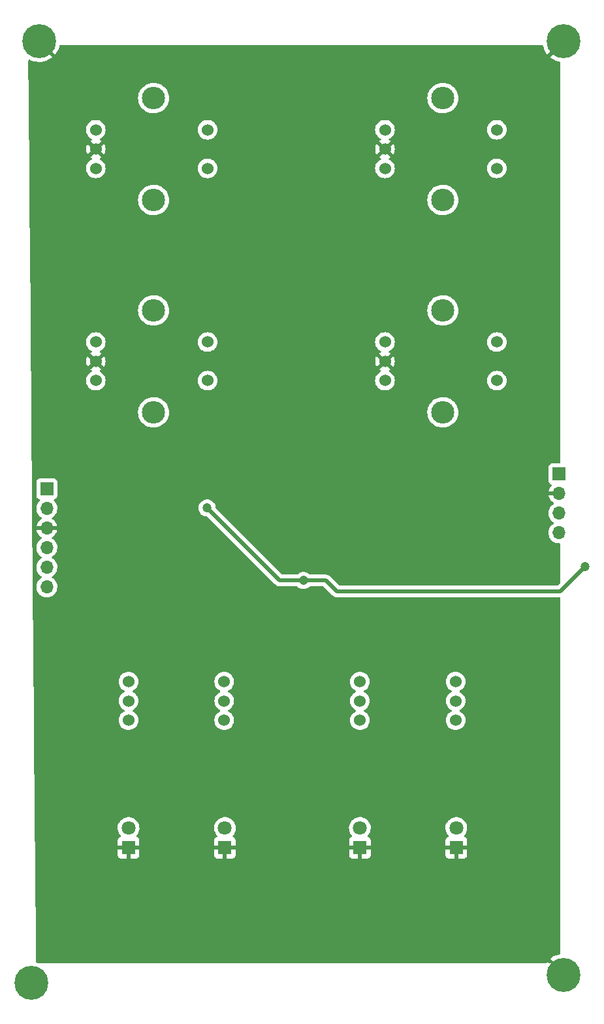
<source format=gbr>
%TF.GenerationSoftware,KiCad,Pcbnew,(6.0.10)*%
%TF.CreationDate,2023-03-01T09:57:49-08:00*%
%TF.ProjectId,IOBoard_ATSAMD21,494f426f-6172-4645-9f41-5453414d4432,rev?*%
%TF.SameCoordinates,Original*%
%TF.FileFunction,Copper,L2,Bot*%
%TF.FilePolarity,Positive*%
%FSLAX46Y46*%
G04 Gerber Fmt 4.6, Leading zero omitted, Abs format (unit mm)*
G04 Created by KiCad (PCBNEW (6.0.10)) date 2023-03-01 09:57:49*
%MOMM*%
%LPD*%
G01*
G04 APERTURE LIST*
%TA.AperFunction,ComponentPad*%
%ADD10R,1.700000X1.700000*%
%TD*%
%TA.AperFunction,ComponentPad*%
%ADD11O,1.700000X1.700000*%
%TD*%
%TA.AperFunction,ComponentPad*%
%ADD12R,1.800000X1.800000*%
%TD*%
%TA.AperFunction,ComponentPad*%
%ADD13C,1.800000*%
%TD*%
%TA.AperFunction,ComponentPad*%
%ADD14C,1.524000*%
%TD*%
%TA.AperFunction,ComponentPad*%
%ADD15O,3.000000X2.900000*%
%TD*%
%TA.AperFunction,ComponentPad*%
%ADD16C,4.400000*%
%TD*%
%TA.AperFunction,ViaPad*%
%ADD17C,0.800000*%
%TD*%
%TA.AperFunction,ViaPad*%
%ADD18C,1.200000*%
%TD*%
%TA.AperFunction,Conductor*%
%ADD19C,0.500000*%
%TD*%
G04 APERTURE END LIST*
D10*
%TO.P,J1,1,~{MCLR}/VPP*%
%TO.N,Net-(J1-Pad1)*%
X71000000Y-103020000D03*
D11*
%TO.P,J1,2,VDD*%
%TO.N,+3.3V*%
X71000000Y-105560000D03*
%TO.P,J1,3,VSS*%
%TO.N,GND*%
X71000000Y-108100000D03*
%TO.P,J1,4,PGD/ICSPDAT*%
%TO.N,/SWDIO*%
X71000000Y-110640000D03*
%TO.P,J1,5,PGC/ICSPCLK*%
%TO.N,/SWCLK*%
X71000000Y-113180000D03*
%TO.P,J1,6,PGM/LVP*%
%TO.N,unconnected-(J1-Pad6)*%
X71000000Y-115720000D03*
%TD*%
D12*
%TO.P,D2,1,K*%
%TO.N,GND*%
X94100000Y-149500000D03*
D13*
%TO.P,D2,2,A*%
%TO.N,Net-(D2-Pad2)*%
X94100000Y-146960000D03*
%TD*%
D14*
%TO.P,ENC3,A,A*%
%TO.N,/ENC3_A*%
X114850000Y-84000000D03*
%TO.P,ENC3,B,B*%
%TO.N,/ENC3_B*%
X114850000Y-89000000D03*
%TO.P,ENC3,C,C*%
%TO.N,GND*%
X114850000Y-86500000D03*
%TO.P,ENC3,S1,S1*%
%TO.N,+3.3V*%
X129350000Y-84000000D03*
%TO.P,ENC3,S2,S2*%
%TO.N,/ENC3_SW*%
X129350000Y-89000000D03*
D15*
%TO.P,ENC3,SH*%
%TO.N,N/C*%
X122350000Y-93100000D03*
X122350000Y-79900000D03*
%TD*%
D14*
%TO.P,ENC1,A,A*%
%TO.N,/ENC1_A*%
X77350000Y-56500000D03*
%TO.P,ENC1,B,B*%
%TO.N,/ENC1_B*%
X77350000Y-61500000D03*
%TO.P,ENC1,C,C*%
%TO.N,GND*%
X77350000Y-59000000D03*
%TO.P,ENC1,S1,S1*%
%TO.N,+3.3V*%
X91850000Y-56500000D03*
%TO.P,ENC1,S2,S2*%
%TO.N,/ENC1_SW*%
X91850000Y-61500000D03*
D15*
%TO.P,ENC1,SH*%
%TO.N,N/C*%
X84850000Y-65600000D03*
X84850000Y-52400000D03*
%TD*%
D16*
%TO.P,H4,1,1*%
%TO.N,GND*%
X138000000Y-45000000D03*
%TD*%
D12*
%TO.P,D4,1,K*%
%TO.N,GND*%
X124100000Y-149500000D03*
D13*
%TO.P,D4,2,A*%
%TO.N,Net-(D4-Pad2)*%
X124100000Y-146960000D03*
%TD*%
D14*
%TO.P,SW3,1*%
%TO.N,+3.3V*%
X111600000Y-130500000D03*
%TO.P,SW3,2*%
%TO.N,/SW2*%
X111600000Y-128000000D03*
%TO.P,SW3,3*%
%TO.N,unconnected-(SW3-Pad3)*%
X111600000Y-133000000D03*
%TD*%
D16*
%TO.P,H1,1,1*%
%TO.N,GND*%
X138000000Y-166000000D03*
%TD*%
D12*
%TO.P,D3,1,K*%
%TO.N,GND*%
X111600000Y-149500000D03*
D13*
%TO.P,D3,2,A*%
%TO.N,Net-(D3-Pad2)*%
X111600000Y-146960000D03*
%TD*%
D14*
%TO.P,SW1,1*%
%TO.N,+3.3V*%
X81600000Y-130500000D03*
%TO.P,SW1,2*%
%TO.N,/SW0*%
X81600000Y-128000000D03*
%TO.P,SW1,3*%
%TO.N,unconnected-(SW1-Pad3)*%
X81600000Y-133000000D03*
%TD*%
D16*
%TO.P,H2,1,1*%
%TO.N,GND*%
X70000000Y-45000000D03*
%TD*%
D10*
%TO.P,J2,1,Pin_1*%
%TO.N,VCC*%
X137400000Y-101100000D03*
D11*
%TO.P,J2,2,Pin_2*%
%TO.N,GND*%
X137400000Y-103640000D03*
%TO.P,J2,3,Pin_3*%
%TO.N,/SDA*%
X137400000Y-106180000D03*
%TO.P,J2,4,Pin_4*%
%TO.N,/SCL*%
X137400000Y-108720000D03*
%TD*%
D14*
%TO.P,ENC0,A,A*%
%TO.N,/ENC0_A*%
X77350000Y-84000000D03*
%TO.P,ENC0,B,B*%
%TO.N,/ENC0_B*%
X77350000Y-89000000D03*
%TO.P,ENC0,C,C*%
%TO.N,GND*%
X77350000Y-86500000D03*
%TO.P,ENC0,S1,S1*%
%TO.N,+3.3V*%
X91850000Y-84000000D03*
%TO.P,ENC0,S2,S2*%
%TO.N,/ENC0_SW*%
X91850000Y-89000000D03*
D15*
%TO.P,ENC0,SH*%
%TO.N,N/C*%
X84850000Y-79900000D03*
X84850000Y-93100000D03*
%TD*%
D16*
%TO.P,H3,1,1*%
%TO.N,GND*%
X69000000Y-167000000D03*
%TD*%
D14*
%TO.P,SW4,1*%
%TO.N,+3.3V*%
X124005000Y-130500000D03*
%TO.P,SW4,2*%
%TO.N,/SW3*%
X124005000Y-128000000D03*
%TO.P,SW4,3*%
%TO.N,unconnected-(SW4-Pad3)*%
X124005000Y-133000000D03*
%TD*%
D12*
%TO.P,D1,1,K*%
%TO.N,GND*%
X81600000Y-149500000D03*
D13*
%TO.P,D1,2,A*%
%TO.N,Net-(D1-Pad2)*%
X81600000Y-146960000D03*
%TD*%
D14*
%TO.P,SW2,1*%
%TO.N,+3.3V*%
X94005000Y-130500000D03*
%TO.P,SW2,2*%
%TO.N,/SW1*%
X94005000Y-128000000D03*
%TO.P,SW2,3*%
%TO.N,unconnected-(SW2-Pad3)*%
X94005000Y-133000000D03*
%TD*%
%TO.P,ENC2,A,A*%
%TO.N,/ENC2_A*%
X114850000Y-56500000D03*
%TO.P,ENC2,B,B*%
%TO.N,/ENC2_B*%
X114850000Y-61500000D03*
%TO.P,ENC2,C,C*%
%TO.N,GND*%
X114850000Y-59000000D03*
%TO.P,ENC2,S1,S1*%
%TO.N,+3.3V*%
X129350000Y-56500000D03*
%TO.P,ENC2,S2,S2*%
%TO.N,/ENC2_SW*%
X129350000Y-61500000D03*
D15*
%TO.P,ENC2,SH*%
%TO.N,N/C*%
X122350000Y-65600000D03*
X122350000Y-52400000D03*
%TD*%
D17*
%TO.N,GND*%
X81600000Y-152000000D03*
X125862500Y-102100000D03*
X99400000Y-97700000D03*
X119100000Y-86500000D03*
X102850000Y-111250000D03*
X74000000Y-108100000D03*
X130462500Y-102700000D03*
X81600000Y-59000000D03*
X124100000Y-152000000D03*
X97000000Y-103700000D03*
X94100000Y-152000000D03*
X111622618Y-152028360D03*
X118600000Y-59000000D03*
X81100000Y-86500000D03*
X111800000Y-103900000D03*
D18*
%TO.N,+3.3V*%
X91800000Y-105500000D03*
X104285000Y-114900000D03*
X140800000Y-113100000D03*
%TD*%
D19*
%TO.N,+3.3V*%
X91800000Y-105500000D02*
X101200000Y-114900000D01*
X101200000Y-114900000D02*
X104285000Y-114900000D01*
X137600000Y-116300000D02*
X108600000Y-116300000D01*
X104285000Y-114900000D02*
X107200000Y-114900000D01*
X140800000Y-113100000D02*
X137600000Y-116300000D01*
X107200000Y-114900000D02*
X108600000Y-116300000D01*
%TD*%
%TA.AperFunction,Conductor*%
%TO.N,GND*%
G36*
X72073285Y-46714074D02*
G01*
X72086408Y-46721240D01*
X72096709Y-46713851D01*
X72200751Y-46586055D01*
X72205164Y-46579914D01*
X72375349Y-46310187D01*
X72379005Y-46303536D01*
X72515544Y-46015335D01*
X72518375Y-46008295D01*
X72619308Y-45705759D01*
X72621268Y-45698444D01*
X72641229Y-45600771D01*
X72674465Y-45538035D01*
X72736343Y-45503227D01*
X72764677Y-45500000D01*
X135231999Y-45500000D01*
X135300120Y-45520002D01*
X135346613Y-45573658D01*
X135356179Y-45604663D01*
X135358086Y-45615764D01*
X135359816Y-45623140D01*
X135451196Y-45928695D01*
X135453799Y-45935808D01*
X135581227Y-46228173D01*
X135584669Y-46234929D01*
X135746296Y-46509865D01*
X135750519Y-46516150D01*
X135901463Y-46713934D01*
X135912989Y-46722396D01*
X135925054Y-46715735D01*
X137140790Y-45500000D01*
X137600000Y-45500000D01*
X137600000Y-45759210D01*
X136285818Y-47073393D01*
X136278703Y-47086423D01*
X136286227Y-47096854D01*
X136425483Y-47209020D01*
X136431657Y-47213408D01*
X136702271Y-47382178D01*
X136708931Y-47385794D01*
X136997852Y-47520827D01*
X137004905Y-47523620D01*
X137307970Y-47622970D01*
X137315282Y-47624888D01*
X137498581Y-47661348D01*
X137561491Y-47694255D01*
X137596623Y-47755950D01*
X137600000Y-47784927D01*
X137600000Y-99615500D01*
X137579998Y-99683621D01*
X137526342Y-99730114D01*
X137474000Y-99741500D01*
X136501866Y-99741500D01*
X136439684Y-99748255D01*
X136303295Y-99799385D01*
X136186739Y-99886739D01*
X136099385Y-100003295D01*
X136048255Y-100139684D01*
X136041500Y-100201866D01*
X136041500Y-101998134D01*
X136048255Y-102060316D01*
X136099385Y-102196705D01*
X136186739Y-102313261D01*
X136303295Y-102400615D01*
X136311704Y-102403767D01*
X136311705Y-102403768D01*
X136420960Y-102444726D01*
X136477725Y-102487367D01*
X136502425Y-102553929D01*
X136487218Y-102623278D01*
X136467825Y-102649759D01*
X136344590Y-102778717D01*
X136338104Y-102786727D01*
X136218098Y-102962649D01*
X136213000Y-102971623D01*
X136123338Y-103164783D01*
X136119775Y-103174470D01*
X136064389Y-103374183D01*
X136065912Y-103382607D01*
X136078292Y-103386000D01*
X137528000Y-103386000D01*
X137596121Y-103406002D01*
X137600000Y-103410479D01*
X137600000Y-103865580D01*
X137580342Y-103882614D01*
X137528000Y-103894000D01*
X136083225Y-103894000D01*
X136069694Y-103897973D01*
X136068257Y-103907966D01*
X136098565Y-104042446D01*
X136101645Y-104052275D01*
X136181770Y-104249603D01*
X136186413Y-104258794D01*
X136297694Y-104440388D01*
X136303777Y-104448699D01*
X136443213Y-104609667D01*
X136450580Y-104616883D01*
X136614434Y-104752916D01*
X136622881Y-104758831D01*
X136691969Y-104799203D01*
X136740693Y-104850842D01*
X136753764Y-104920625D01*
X136727033Y-104986396D01*
X136686584Y-105019752D01*
X136673607Y-105026507D01*
X136669474Y-105029610D01*
X136669471Y-105029612D01*
X136541467Y-105125720D01*
X136494965Y-105160635D01*
X136340629Y-105322138D01*
X136337715Y-105326410D01*
X136337714Y-105326411D01*
X136326724Y-105342522D01*
X136214743Y-105506680D01*
X136199493Y-105539533D01*
X136134406Y-105679753D01*
X136120688Y-105709305D01*
X136060989Y-105924570D01*
X136037251Y-106146695D01*
X136037548Y-106151848D01*
X136037548Y-106151851D01*
X136043011Y-106246590D01*
X136050110Y-106369715D01*
X136051247Y-106374761D01*
X136051248Y-106374767D01*
X136075104Y-106480622D01*
X136099222Y-106587639D01*
X136183266Y-106794616D01*
X136185965Y-106799020D01*
X136289652Y-106968222D01*
X136299987Y-106985088D01*
X136446250Y-107153938D01*
X136618126Y-107296632D01*
X136688595Y-107337811D01*
X136691445Y-107339476D01*
X136740169Y-107391114D01*
X136753240Y-107460897D01*
X136726509Y-107526669D01*
X136686055Y-107560027D01*
X136673607Y-107566507D01*
X136669474Y-107569610D01*
X136669471Y-107569612D01*
X136554248Y-107656124D01*
X136494965Y-107700635D01*
X136491393Y-107704373D01*
X136359848Y-107842027D01*
X136340629Y-107862138D01*
X136214743Y-108046680D01*
X136120688Y-108249305D01*
X136060989Y-108464570D01*
X136037251Y-108686695D01*
X136037548Y-108691848D01*
X136037548Y-108691851D01*
X136044131Y-108806020D01*
X136050110Y-108909715D01*
X136051247Y-108914761D01*
X136051248Y-108914767D01*
X136065716Y-108978965D01*
X136099222Y-109127639D01*
X136133849Y-109212916D01*
X136174877Y-109313955D01*
X136183266Y-109334616D01*
X136221273Y-109396638D01*
X136285901Y-109502101D01*
X136299987Y-109525088D01*
X136446250Y-109693938D01*
X136618126Y-109836632D01*
X136811000Y-109949338D01*
X137019692Y-110029030D01*
X137024760Y-110030061D01*
X137024763Y-110030062D01*
X137132379Y-110051957D01*
X137238597Y-110073567D01*
X137243772Y-110073757D01*
X137243774Y-110073757D01*
X137317369Y-110076455D01*
X137461837Y-110081753D01*
X137466964Y-110081096D01*
X137468292Y-110081036D01*
X137537249Y-110097932D01*
X137586125Y-110149426D01*
X137600000Y-110206907D01*
X137600000Y-115175129D01*
X137579998Y-115243250D01*
X137563095Y-115264224D01*
X137322724Y-115504595D01*
X137260412Y-115538621D01*
X137233629Y-115541500D01*
X108966371Y-115541500D01*
X108898250Y-115521498D01*
X108877276Y-115504595D01*
X107783770Y-114411089D01*
X107771384Y-114396677D01*
X107762851Y-114385082D01*
X107762846Y-114385077D01*
X107758508Y-114379182D01*
X107752930Y-114374443D01*
X107752927Y-114374440D01*
X107718232Y-114344965D01*
X107710716Y-114338035D01*
X107705021Y-114332340D01*
X107698880Y-114327482D01*
X107682749Y-114314719D01*
X107679345Y-114311928D01*
X107629297Y-114269409D01*
X107629295Y-114269408D01*
X107623715Y-114264667D01*
X107617199Y-114261339D01*
X107612150Y-114257972D01*
X107607021Y-114254805D01*
X107601284Y-114250266D01*
X107535125Y-114219345D01*
X107531225Y-114217439D01*
X107466192Y-114184231D01*
X107459084Y-114182492D01*
X107453441Y-114180393D01*
X107447678Y-114178476D01*
X107441050Y-114175378D01*
X107369583Y-114160513D01*
X107365299Y-114159543D01*
X107294390Y-114142192D01*
X107288788Y-114141844D01*
X107288785Y-114141844D01*
X107283236Y-114141500D01*
X107283238Y-114141464D01*
X107279245Y-114141225D01*
X107275053Y-114140851D01*
X107267885Y-114139360D01*
X107201675Y-114141151D01*
X107190479Y-114141454D01*
X107187072Y-114141500D01*
X105146917Y-114141500D01*
X105078796Y-114121498D01*
X105061388Y-114108024D01*
X104966948Y-114020724D01*
X104962703Y-114016800D01*
X104885179Y-113967886D01*
X104795288Y-113911169D01*
X104795283Y-113911167D01*
X104790404Y-113908088D01*
X104601180Y-113832595D01*
X104401366Y-113792849D01*
X104395592Y-113792773D01*
X104395588Y-113792773D01*
X104292452Y-113791424D01*
X104197655Y-113790183D01*
X104191958Y-113791162D01*
X104191957Y-113791162D01*
X104171856Y-113794616D01*
X103996870Y-113824684D01*
X103805734Y-113895198D01*
X103630649Y-113999363D01*
X103504225Y-114110233D01*
X103439823Y-114140109D01*
X103421150Y-114141500D01*
X101566371Y-114141500D01*
X101498250Y-114121498D01*
X101477276Y-114104595D01*
X92949562Y-105576881D01*
X92915536Y-105514569D01*
X92913186Y-105499315D01*
X92895137Y-105302880D01*
X92895136Y-105302877D01*
X92894608Y-105297126D01*
X92846266Y-105125720D01*
X92840875Y-105106606D01*
X92840874Y-105106604D01*
X92839307Y-105101047D01*
X92835979Y-105094297D01*
X92751756Y-104923510D01*
X92749201Y-104918329D01*
X92730796Y-104893681D01*
X92630758Y-104759715D01*
X92630758Y-104759714D01*
X92627305Y-104755091D01*
X92477703Y-104616800D01*
X92431675Y-104587759D01*
X92310288Y-104511169D01*
X92310283Y-104511167D01*
X92305404Y-104508088D01*
X92116180Y-104432595D01*
X91916366Y-104392849D01*
X91910592Y-104392773D01*
X91910588Y-104392773D01*
X91807452Y-104391424D01*
X91712655Y-104390183D01*
X91706958Y-104391162D01*
X91706957Y-104391162D01*
X91617654Y-104406507D01*
X91511870Y-104424684D01*
X91320734Y-104495198D01*
X91315773Y-104498150D01*
X91315772Y-104498150D01*
X91244362Y-104540635D01*
X91145649Y-104599363D01*
X90992478Y-104733690D01*
X90988911Y-104738215D01*
X90988906Y-104738220D01*
X90924306Y-104820165D01*
X90866351Y-104893681D01*
X90863662Y-104898792D01*
X90863660Y-104898795D01*
X90850657Y-104923510D01*
X90771492Y-105073978D01*
X90711078Y-105268543D01*
X90687132Y-105470859D01*
X90700457Y-105674151D01*
X90750605Y-105871610D01*
X90835898Y-106056624D01*
X90953479Y-106222997D01*
X91099410Y-106365157D01*
X91104206Y-106368362D01*
X91104209Y-106368364D01*
X91242264Y-106460609D01*
X91268803Y-106478342D01*
X91274106Y-106480620D01*
X91274109Y-106480622D01*
X91405891Y-106537240D01*
X91455987Y-106558763D01*
X91528817Y-106575243D01*
X91649055Y-106602450D01*
X91649060Y-106602451D01*
X91654692Y-106603725D01*
X91660463Y-106603952D01*
X91660465Y-106603952D01*
X91788980Y-106609001D01*
X91856263Y-106631662D01*
X91873128Y-106645809D01*
X100616230Y-115388911D01*
X100628616Y-115403323D01*
X100637149Y-115414918D01*
X100637154Y-115414923D01*
X100641492Y-115420818D01*
X100647070Y-115425557D01*
X100647073Y-115425560D01*
X100681768Y-115455035D01*
X100689284Y-115461965D01*
X100694979Y-115467660D01*
X100697861Y-115469940D01*
X100717251Y-115485281D01*
X100720655Y-115488072D01*
X100737664Y-115502522D01*
X100776285Y-115535333D01*
X100782801Y-115538661D01*
X100787838Y-115542020D01*
X100792977Y-115545194D01*
X100798716Y-115549734D01*
X100805349Y-115552834D01*
X100864837Y-115580636D01*
X100868791Y-115582569D01*
X100933808Y-115615769D01*
X100940924Y-115617510D01*
X100946554Y-115619604D01*
X100952321Y-115621523D01*
X100958950Y-115624621D01*
X100966110Y-115626110D01*
X100966112Y-115626111D01*
X101030396Y-115639482D01*
X101034680Y-115640452D01*
X101105610Y-115657808D01*
X101111212Y-115658156D01*
X101111215Y-115658156D01*
X101116764Y-115658500D01*
X101116762Y-115658536D01*
X101120752Y-115658775D01*
X101124950Y-115659150D01*
X101132115Y-115660640D01*
X101209520Y-115658546D01*
X101212928Y-115658500D01*
X103423696Y-115658500D01*
X103491817Y-115678502D01*
X103511618Y-115694246D01*
X103584410Y-115765157D01*
X103589206Y-115768362D01*
X103589209Y-115768364D01*
X103621452Y-115789908D01*
X103753803Y-115878342D01*
X103759106Y-115880620D01*
X103759109Y-115880622D01*
X103848115Y-115918862D01*
X103940987Y-115958763D01*
X104013817Y-115975243D01*
X104134055Y-116002450D01*
X104134060Y-116002451D01*
X104139692Y-116003725D01*
X104145463Y-116003952D01*
X104145465Y-116003952D01*
X104208470Y-116006427D01*
X104343263Y-116011723D01*
X104544883Y-115982490D01*
X104550347Y-115980635D01*
X104550352Y-115980634D01*
X104732327Y-115918862D01*
X104732332Y-115918860D01*
X104737799Y-115917004D01*
X104750815Y-115909715D01*
X104812567Y-115875132D01*
X104915551Y-115817458D01*
X105071657Y-115687626D01*
X105136821Y-115659445D01*
X105152226Y-115658500D01*
X106833629Y-115658500D01*
X106901750Y-115678502D01*
X106922724Y-115695405D01*
X108016230Y-116788911D01*
X108028616Y-116803323D01*
X108037149Y-116814918D01*
X108037154Y-116814923D01*
X108041492Y-116820818D01*
X108047070Y-116825557D01*
X108047073Y-116825560D01*
X108081768Y-116855035D01*
X108089284Y-116861965D01*
X108094979Y-116867660D01*
X108097861Y-116869940D01*
X108117251Y-116885281D01*
X108120655Y-116888072D01*
X108129042Y-116895197D01*
X108176285Y-116935333D01*
X108182801Y-116938661D01*
X108187850Y-116942028D01*
X108192979Y-116945195D01*
X108198716Y-116949734D01*
X108264875Y-116980655D01*
X108268769Y-116982558D01*
X108333808Y-117015769D01*
X108340916Y-117017508D01*
X108346559Y-117019607D01*
X108352322Y-117021524D01*
X108358950Y-117024622D01*
X108366112Y-117026112D01*
X108366113Y-117026112D01*
X108430412Y-117039486D01*
X108434696Y-117040456D01*
X108505610Y-117057808D01*
X108511212Y-117058156D01*
X108511215Y-117058156D01*
X108516764Y-117058500D01*
X108516762Y-117058536D01*
X108520755Y-117058775D01*
X108524947Y-117059149D01*
X108532115Y-117060640D01*
X108609520Y-117058546D01*
X108612928Y-117058500D01*
X137474000Y-117058500D01*
X137542121Y-117078502D01*
X137588614Y-117132158D01*
X137600000Y-117184500D01*
X137600000Y-163215024D01*
X137579998Y-163283145D01*
X137526342Y-163329638D01*
X137495988Y-163339091D01*
X137370404Y-163361348D01*
X137363044Y-163363115D01*
X137057980Y-163456092D01*
X137050860Y-163458740D01*
X136759182Y-163587690D01*
X136752445Y-163591167D01*
X136478355Y-163754233D01*
X136472091Y-163758490D01*
X136286385Y-163901762D01*
X136277917Y-163913423D01*
X136284520Y-163925309D01*
X136859211Y-164500000D01*
X136140789Y-164500000D01*
X135926445Y-164285656D01*
X135913510Y-164278592D01*
X135902949Y-164286252D01*
X135782766Y-164437072D01*
X135776227Y-164446376D01*
X135774672Y-164445283D01*
X135727416Y-164487689D01*
X135673094Y-164500000D01*
X70071579Y-164500000D01*
X70019427Y-164488701D01*
X69975679Y-164468810D01*
X69968616Y-164466099D01*
X69685965Y-164376708D01*
X69627047Y-164337096D01*
X69598897Y-164271919D01*
X69597963Y-164257632D01*
X69595171Y-163925309D01*
X69481888Y-150444669D01*
X80192001Y-150444669D01*
X80192371Y-150451490D01*
X80197895Y-150502352D01*
X80201521Y-150517604D01*
X80246676Y-150638054D01*
X80255214Y-150653649D01*
X80331715Y-150755724D01*
X80344276Y-150768285D01*
X80446351Y-150844786D01*
X80461946Y-150853324D01*
X80582394Y-150898478D01*
X80597649Y-150902105D01*
X80648514Y-150907631D01*
X80655328Y-150908000D01*
X81327885Y-150908000D01*
X81343124Y-150903525D01*
X81344329Y-150902135D01*
X81346000Y-150894452D01*
X81346000Y-150889884D01*
X81854000Y-150889884D01*
X81858475Y-150905123D01*
X81859865Y-150906328D01*
X81867548Y-150907999D01*
X82544669Y-150907999D01*
X82551490Y-150907629D01*
X82602352Y-150902105D01*
X82617604Y-150898479D01*
X82738054Y-150853324D01*
X82753649Y-150844786D01*
X82855724Y-150768285D01*
X82868285Y-150755724D01*
X82944786Y-150653649D01*
X82953324Y-150638054D01*
X82998478Y-150517606D01*
X83002105Y-150502351D01*
X83007631Y-150451486D01*
X83008000Y-150444672D01*
X83008000Y-150444669D01*
X92692001Y-150444669D01*
X92692371Y-150451490D01*
X92697895Y-150502352D01*
X92701521Y-150517604D01*
X92746676Y-150638054D01*
X92755214Y-150653649D01*
X92831715Y-150755724D01*
X92844276Y-150768285D01*
X92946351Y-150844786D01*
X92961946Y-150853324D01*
X93082394Y-150898478D01*
X93097649Y-150902105D01*
X93148514Y-150907631D01*
X93155328Y-150908000D01*
X93827885Y-150908000D01*
X93843124Y-150903525D01*
X93844329Y-150902135D01*
X93846000Y-150894452D01*
X93846000Y-150889884D01*
X94354000Y-150889884D01*
X94358475Y-150905123D01*
X94359865Y-150906328D01*
X94367548Y-150907999D01*
X95044669Y-150907999D01*
X95051490Y-150907629D01*
X95102352Y-150902105D01*
X95117604Y-150898479D01*
X95238054Y-150853324D01*
X95253649Y-150844786D01*
X95355724Y-150768285D01*
X95368285Y-150755724D01*
X95444786Y-150653649D01*
X95453324Y-150638054D01*
X95498478Y-150517606D01*
X95502105Y-150502351D01*
X95507631Y-150451486D01*
X95508000Y-150444672D01*
X95508000Y-150444669D01*
X110192001Y-150444669D01*
X110192371Y-150451490D01*
X110197895Y-150502352D01*
X110201521Y-150517604D01*
X110246676Y-150638054D01*
X110255214Y-150653649D01*
X110331715Y-150755724D01*
X110344276Y-150768285D01*
X110446351Y-150844786D01*
X110461946Y-150853324D01*
X110582394Y-150898478D01*
X110597649Y-150902105D01*
X110648514Y-150907631D01*
X110655328Y-150908000D01*
X111327885Y-150908000D01*
X111343124Y-150903525D01*
X111344329Y-150902135D01*
X111346000Y-150894452D01*
X111346000Y-150889884D01*
X111854000Y-150889884D01*
X111858475Y-150905123D01*
X111859865Y-150906328D01*
X111867548Y-150907999D01*
X112544669Y-150907999D01*
X112551490Y-150907629D01*
X112602352Y-150902105D01*
X112617604Y-150898479D01*
X112738054Y-150853324D01*
X112753649Y-150844786D01*
X112855724Y-150768285D01*
X112868285Y-150755724D01*
X112944786Y-150653649D01*
X112953324Y-150638054D01*
X112998478Y-150517606D01*
X113002105Y-150502351D01*
X113007631Y-150451486D01*
X113008000Y-150444672D01*
X113008000Y-150444669D01*
X122692001Y-150444669D01*
X122692371Y-150451490D01*
X122697895Y-150502352D01*
X122701521Y-150517604D01*
X122746676Y-150638054D01*
X122755214Y-150653649D01*
X122831715Y-150755724D01*
X122844276Y-150768285D01*
X122946351Y-150844786D01*
X122961946Y-150853324D01*
X123082394Y-150898478D01*
X123097649Y-150902105D01*
X123148514Y-150907631D01*
X123155328Y-150908000D01*
X123827885Y-150908000D01*
X123843124Y-150903525D01*
X123844329Y-150902135D01*
X123846000Y-150894452D01*
X123846000Y-150889884D01*
X124354000Y-150889884D01*
X124358475Y-150905123D01*
X124359865Y-150906328D01*
X124367548Y-150907999D01*
X125044669Y-150907999D01*
X125051490Y-150907629D01*
X125102352Y-150902105D01*
X125117604Y-150898479D01*
X125238054Y-150853324D01*
X125253649Y-150844786D01*
X125355724Y-150768285D01*
X125368285Y-150755724D01*
X125444786Y-150653649D01*
X125453324Y-150638054D01*
X125498478Y-150517606D01*
X125502105Y-150502351D01*
X125507631Y-150451486D01*
X125508000Y-150444672D01*
X125508000Y-149772115D01*
X125503525Y-149756876D01*
X125502135Y-149755671D01*
X125494452Y-149754000D01*
X124372115Y-149754000D01*
X124356876Y-149758475D01*
X124355671Y-149759865D01*
X124354000Y-149767548D01*
X124354000Y-150889884D01*
X123846000Y-150889884D01*
X123846000Y-149772115D01*
X123841525Y-149756876D01*
X123840135Y-149755671D01*
X123832452Y-149754000D01*
X122710116Y-149754000D01*
X122694877Y-149758475D01*
X122693672Y-149759865D01*
X122692001Y-149767548D01*
X122692001Y-150444669D01*
X113008000Y-150444669D01*
X113008000Y-149772115D01*
X113003525Y-149756876D01*
X113002135Y-149755671D01*
X112994452Y-149754000D01*
X111872115Y-149754000D01*
X111856876Y-149758475D01*
X111855671Y-149759865D01*
X111854000Y-149767548D01*
X111854000Y-150889884D01*
X111346000Y-150889884D01*
X111346000Y-149772115D01*
X111341525Y-149756876D01*
X111340135Y-149755671D01*
X111332452Y-149754000D01*
X110210116Y-149754000D01*
X110194877Y-149758475D01*
X110193672Y-149759865D01*
X110192001Y-149767548D01*
X110192001Y-150444669D01*
X95508000Y-150444669D01*
X95508000Y-149772115D01*
X95503525Y-149756876D01*
X95502135Y-149755671D01*
X95494452Y-149754000D01*
X94372115Y-149754000D01*
X94356876Y-149758475D01*
X94355671Y-149759865D01*
X94354000Y-149767548D01*
X94354000Y-150889884D01*
X93846000Y-150889884D01*
X93846000Y-149772115D01*
X93841525Y-149756876D01*
X93840135Y-149755671D01*
X93832452Y-149754000D01*
X92710116Y-149754000D01*
X92694877Y-149758475D01*
X92693672Y-149759865D01*
X92692001Y-149767548D01*
X92692001Y-150444669D01*
X83008000Y-150444669D01*
X83008000Y-149772115D01*
X83003525Y-149756876D01*
X83002135Y-149755671D01*
X82994452Y-149754000D01*
X81872115Y-149754000D01*
X81856876Y-149758475D01*
X81855671Y-149759865D01*
X81854000Y-149767548D01*
X81854000Y-150889884D01*
X81346000Y-150889884D01*
X81346000Y-149772115D01*
X81341525Y-149756876D01*
X81340135Y-149755671D01*
X81332452Y-149754000D01*
X80210116Y-149754000D01*
X80194877Y-149758475D01*
X80193672Y-149759865D01*
X80192001Y-149767548D01*
X80192001Y-150444669D01*
X69481888Y-150444669D01*
X69452315Y-146925469D01*
X80187095Y-146925469D01*
X80187392Y-146930622D01*
X80187392Y-146930625D01*
X80193067Y-147029041D01*
X80200427Y-147156697D01*
X80201564Y-147161743D01*
X80201565Y-147161749D01*
X80233741Y-147304523D01*
X80251346Y-147382642D01*
X80253288Y-147387424D01*
X80253289Y-147387428D01*
X80336540Y-147592450D01*
X80338484Y-147597237D01*
X80459501Y-147794719D01*
X80462882Y-147798622D01*
X80571653Y-147924191D01*
X80601135Y-147988776D01*
X80591020Y-148059049D01*
X80544519Y-148112697D01*
X80520646Y-148124670D01*
X80461944Y-148146677D01*
X80446351Y-148155214D01*
X80344276Y-148231715D01*
X80331715Y-148244276D01*
X80255214Y-148346351D01*
X80246676Y-148361946D01*
X80201522Y-148482394D01*
X80197895Y-148497649D01*
X80192369Y-148548514D01*
X80192000Y-148555328D01*
X80192000Y-149227885D01*
X80196475Y-149243124D01*
X80197865Y-149244329D01*
X80205548Y-149246000D01*
X82989884Y-149246000D01*
X83005123Y-149241525D01*
X83006328Y-149240135D01*
X83007999Y-149232452D01*
X83007999Y-148555331D01*
X83007629Y-148548510D01*
X83002105Y-148497648D01*
X82998479Y-148482396D01*
X82953324Y-148361946D01*
X82944786Y-148346351D01*
X82868285Y-148244276D01*
X82855724Y-148231715D01*
X82753649Y-148155214D01*
X82738052Y-148146675D01*
X82679415Y-148124693D01*
X82622650Y-148082052D01*
X82597950Y-148015490D01*
X82613157Y-147946141D01*
X82634703Y-147917461D01*
X82672641Y-147879654D01*
X82676303Y-147876005D01*
X82811458Y-147687917D01*
X82858641Y-147592450D01*
X82911784Y-147484922D01*
X82911785Y-147484920D01*
X82914078Y-147480280D01*
X82981408Y-147258671D01*
X83011640Y-147029041D01*
X83013327Y-146960000D01*
X83010488Y-146925469D01*
X92687095Y-146925469D01*
X92687392Y-146930622D01*
X92687392Y-146930625D01*
X92693067Y-147029041D01*
X92700427Y-147156697D01*
X92701564Y-147161743D01*
X92701565Y-147161749D01*
X92733741Y-147304523D01*
X92751346Y-147382642D01*
X92753288Y-147387424D01*
X92753289Y-147387428D01*
X92836540Y-147592450D01*
X92838484Y-147597237D01*
X92959501Y-147794719D01*
X92962882Y-147798622D01*
X93071653Y-147924191D01*
X93101135Y-147988776D01*
X93091020Y-148059049D01*
X93044519Y-148112697D01*
X93020646Y-148124670D01*
X92961944Y-148146677D01*
X92946351Y-148155214D01*
X92844276Y-148231715D01*
X92831715Y-148244276D01*
X92755214Y-148346351D01*
X92746676Y-148361946D01*
X92701522Y-148482394D01*
X92697895Y-148497649D01*
X92692369Y-148548514D01*
X92692000Y-148555328D01*
X92692000Y-149227885D01*
X92696475Y-149243124D01*
X92697865Y-149244329D01*
X92705548Y-149246000D01*
X95489884Y-149246000D01*
X95505123Y-149241525D01*
X95506328Y-149240135D01*
X95507999Y-149232452D01*
X95507999Y-148555331D01*
X95507629Y-148548510D01*
X95502105Y-148497648D01*
X95498479Y-148482396D01*
X95453324Y-148361946D01*
X95444786Y-148346351D01*
X95368285Y-148244276D01*
X95355724Y-148231715D01*
X95253649Y-148155214D01*
X95238052Y-148146675D01*
X95179415Y-148124693D01*
X95122650Y-148082052D01*
X95097950Y-148015490D01*
X95113157Y-147946141D01*
X95134703Y-147917461D01*
X95172641Y-147879654D01*
X95176303Y-147876005D01*
X95311458Y-147687917D01*
X95358641Y-147592450D01*
X95411784Y-147484922D01*
X95411785Y-147484920D01*
X95414078Y-147480280D01*
X95481408Y-147258671D01*
X95511640Y-147029041D01*
X95513327Y-146960000D01*
X95510488Y-146925469D01*
X110187095Y-146925469D01*
X110187392Y-146930622D01*
X110187392Y-146930625D01*
X110193067Y-147029041D01*
X110200427Y-147156697D01*
X110201564Y-147161743D01*
X110201565Y-147161749D01*
X110233741Y-147304523D01*
X110251346Y-147382642D01*
X110253288Y-147387424D01*
X110253289Y-147387428D01*
X110336540Y-147592450D01*
X110338484Y-147597237D01*
X110459501Y-147794719D01*
X110462882Y-147798622D01*
X110571653Y-147924191D01*
X110601135Y-147988776D01*
X110591020Y-148059049D01*
X110544519Y-148112697D01*
X110520646Y-148124670D01*
X110461944Y-148146677D01*
X110446351Y-148155214D01*
X110344276Y-148231715D01*
X110331715Y-148244276D01*
X110255214Y-148346351D01*
X110246676Y-148361946D01*
X110201522Y-148482394D01*
X110197895Y-148497649D01*
X110192369Y-148548514D01*
X110192000Y-148555328D01*
X110192000Y-149227885D01*
X110196475Y-149243124D01*
X110197865Y-149244329D01*
X110205548Y-149246000D01*
X112989884Y-149246000D01*
X113005123Y-149241525D01*
X113006328Y-149240135D01*
X113007999Y-149232452D01*
X113007999Y-148555331D01*
X113007629Y-148548510D01*
X113002105Y-148497648D01*
X112998479Y-148482396D01*
X112953324Y-148361946D01*
X112944786Y-148346351D01*
X112868285Y-148244276D01*
X112855724Y-148231715D01*
X112753649Y-148155214D01*
X112738052Y-148146675D01*
X112679415Y-148124693D01*
X112622650Y-148082052D01*
X112597950Y-148015490D01*
X112613157Y-147946141D01*
X112634703Y-147917461D01*
X112672641Y-147879654D01*
X112676303Y-147876005D01*
X112811458Y-147687917D01*
X112858641Y-147592450D01*
X112911784Y-147484922D01*
X112911785Y-147484920D01*
X112914078Y-147480280D01*
X112981408Y-147258671D01*
X113011640Y-147029041D01*
X113013327Y-146960000D01*
X113010488Y-146925469D01*
X122687095Y-146925469D01*
X122687392Y-146930622D01*
X122687392Y-146930625D01*
X122693067Y-147029041D01*
X122700427Y-147156697D01*
X122701564Y-147161743D01*
X122701565Y-147161749D01*
X122733741Y-147304523D01*
X122751346Y-147382642D01*
X122753288Y-147387424D01*
X122753289Y-147387428D01*
X122836540Y-147592450D01*
X122838484Y-147597237D01*
X122959501Y-147794719D01*
X122962882Y-147798622D01*
X123071653Y-147924191D01*
X123101135Y-147988776D01*
X123091020Y-148059049D01*
X123044519Y-148112697D01*
X123020646Y-148124670D01*
X122961944Y-148146677D01*
X122946351Y-148155214D01*
X122844276Y-148231715D01*
X122831715Y-148244276D01*
X122755214Y-148346351D01*
X122746676Y-148361946D01*
X122701522Y-148482394D01*
X122697895Y-148497649D01*
X122692369Y-148548514D01*
X122692000Y-148555328D01*
X122692000Y-149227885D01*
X122696475Y-149243124D01*
X122697865Y-149244329D01*
X122705548Y-149246000D01*
X125489884Y-149246000D01*
X125505123Y-149241525D01*
X125506328Y-149240135D01*
X125507999Y-149232452D01*
X125507999Y-148555331D01*
X125507629Y-148548510D01*
X125502105Y-148497648D01*
X125498479Y-148482396D01*
X125453324Y-148361946D01*
X125444786Y-148346351D01*
X125368285Y-148244276D01*
X125355724Y-148231715D01*
X125253649Y-148155214D01*
X125238052Y-148146675D01*
X125179415Y-148124693D01*
X125122650Y-148082052D01*
X125097950Y-148015490D01*
X125113157Y-147946141D01*
X125134703Y-147917461D01*
X125172641Y-147879654D01*
X125176303Y-147876005D01*
X125311458Y-147687917D01*
X125358641Y-147592450D01*
X125411784Y-147484922D01*
X125411785Y-147484920D01*
X125414078Y-147480280D01*
X125481408Y-147258671D01*
X125511640Y-147029041D01*
X125513327Y-146960000D01*
X125507032Y-146883434D01*
X125494773Y-146734318D01*
X125494772Y-146734312D01*
X125494349Y-146729167D01*
X125437925Y-146504533D01*
X125435866Y-146499797D01*
X125347630Y-146296868D01*
X125347628Y-146296865D01*
X125345570Y-146292131D01*
X125219764Y-146097665D01*
X125063887Y-145926358D01*
X125059836Y-145923159D01*
X125059832Y-145923155D01*
X124886177Y-145786011D01*
X124886172Y-145786008D01*
X124882123Y-145782810D01*
X124877607Y-145780317D01*
X124877604Y-145780315D01*
X124683879Y-145673373D01*
X124683875Y-145673371D01*
X124679355Y-145670876D01*
X124674486Y-145669152D01*
X124674482Y-145669150D01*
X124465903Y-145595288D01*
X124465899Y-145595287D01*
X124461028Y-145593562D01*
X124455935Y-145592655D01*
X124455932Y-145592654D01*
X124238095Y-145553851D01*
X124238089Y-145553850D01*
X124233006Y-145552945D01*
X124160096Y-145552054D01*
X124006581Y-145550179D01*
X124006579Y-145550179D01*
X124001411Y-145550116D01*
X123772464Y-145585150D01*
X123552314Y-145657106D01*
X123547726Y-145659494D01*
X123547722Y-145659496D01*
X123521065Y-145673373D01*
X123346872Y-145764052D01*
X123342739Y-145767155D01*
X123342736Y-145767157D01*
X123317625Y-145786011D01*
X123161655Y-145903117D01*
X123001639Y-146070564D01*
X122998725Y-146074836D01*
X122998724Y-146074837D01*
X122983152Y-146097665D01*
X122871119Y-146261899D01*
X122773602Y-146471981D01*
X122711707Y-146695169D01*
X122687095Y-146925469D01*
X113010488Y-146925469D01*
X113007032Y-146883434D01*
X112994773Y-146734318D01*
X112994772Y-146734312D01*
X112994349Y-146729167D01*
X112937925Y-146504533D01*
X112935866Y-146499797D01*
X112847630Y-146296868D01*
X112847628Y-146296865D01*
X112845570Y-146292131D01*
X112719764Y-146097665D01*
X112563887Y-145926358D01*
X112559836Y-145923159D01*
X112559832Y-145923155D01*
X112386177Y-145786011D01*
X112386172Y-145786008D01*
X112382123Y-145782810D01*
X112377607Y-145780317D01*
X112377604Y-145780315D01*
X112183879Y-145673373D01*
X112183875Y-145673371D01*
X112179355Y-145670876D01*
X112174486Y-145669152D01*
X112174482Y-145669150D01*
X111965903Y-145595288D01*
X111965899Y-145595287D01*
X111961028Y-145593562D01*
X111955935Y-145592655D01*
X111955932Y-145592654D01*
X111738095Y-145553851D01*
X111738089Y-145553850D01*
X111733006Y-145552945D01*
X111660096Y-145552054D01*
X111506581Y-145550179D01*
X111506579Y-145550179D01*
X111501411Y-145550116D01*
X111272464Y-145585150D01*
X111052314Y-145657106D01*
X111047726Y-145659494D01*
X111047722Y-145659496D01*
X111021065Y-145673373D01*
X110846872Y-145764052D01*
X110842739Y-145767155D01*
X110842736Y-145767157D01*
X110817625Y-145786011D01*
X110661655Y-145903117D01*
X110501639Y-146070564D01*
X110498725Y-146074836D01*
X110498724Y-146074837D01*
X110483152Y-146097665D01*
X110371119Y-146261899D01*
X110273602Y-146471981D01*
X110211707Y-146695169D01*
X110187095Y-146925469D01*
X95510488Y-146925469D01*
X95507032Y-146883434D01*
X95494773Y-146734318D01*
X95494772Y-146734312D01*
X95494349Y-146729167D01*
X95437925Y-146504533D01*
X95435866Y-146499797D01*
X95347630Y-146296868D01*
X95347628Y-146296865D01*
X95345570Y-146292131D01*
X95219764Y-146097665D01*
X95063887Y-145926358D01*
X95059836Y-145923159D01*
X95059832Y-145923155D01*
X94886177Y-145786011D01*
X94886172Y-145786008D01*
X94882123Y-145782810D01*
X94877607Y-145780317D01*
X94877604Y-145780315D01*
X94683879Y-145673373D01*
X94683875Y-145673371D01*
X94679355Y-145670876D01*
X94674486Y-145669152D01*
X94674482Y-145669150D01*
X94465903Y-145595288D01*
X94465899Y-145595287D01*
X94461028Y-145593562D01*
X94455935Y-145592655D01*
X94455932Y-145592654D01*
X94238095Y-145553851D01*
X94238089Y-145553850D01*
X94233006Y-145552945D01*
X94160096Y-145552054D01*
X94006581Y-145550179D01*
X94006579Y-145550179D01*
X94001411Y-145550116D01*
X93772464Y-145585150D01*
X93552314Y-145657106D01*
X93547726Y-145659494D01*
X93547722Y-145659496D01*
X93521065Y-145673373D01*
X93346872Y-145764052D01*
X93342739Y-145767155D01*
X93342736Y-145767157D01*
X93317625Y-145786011D01*
X93161655Y-145903117D01*
X93001639Y-146070564D01*
X92998725Y-146074836D01*
X92998724Y-146074837D01*
X92983152Y-146097665D01*
X92871119Y-146261899D01*
X92773602Y-146471981D01*
X92711707Y-146695169D01*
X92687095Y-146925469D01*
X83010488Y-146925469D01*
X83007032Y-146883434D01*
X82994773Y-146734318D01*
X82994772Y-146734312D01*
X82994349Y-146729167D01*
X82937925Y-146504533D01*
X82935866Y-146499797D01*
X82847630Y-146296868D01*
X82847628Y-146296865D01*
X82845570Y-146292131D01*
X82719764Y-146097665D01*
X82563887Y-145926358D01*
X82559836Y-145923159D01*
X82559832Y-145923155D01*
X82386177Y-145786011D01*
X82386172Y-145786008D01*
X82382123Y-145782810D01*
X82377607Y-145780317D01*
X82377604Y-145780315D01*
X82183879Y-145673373D01*
X82183875Y-145673371D01*
X82179355Y-145670876D01*
X82174486Y-145669152D01*
X82174482Y-145669150D01*
X81965903Y-145595288D01*
X81965899Y-145595287D01*
X81961028Y-145593562D01*
X81955935Y-145592655D01*
X81955932Y-145592654D01*
X81738095Y-145553851D01*
X81738089Y-145553850D01*
X81733006Y-145552945D01*
X81660096Y-145552054D01*
X81506581Y-145550179D01*
X81506579Y-145550179D01*
X81501411Y-145550116D01*
X81272464Y-145585150D01*
X81052314Y-145657106D01*
X81047726Y-145659494D01*
X81047722Y-145659496D01*
X81021065Y-145673373D01*
X80846872Y-145764052D01*
X80842739Y-145767155D01*
X80842736Y-145767157D01*
X80817625Y-145786011D01*
X80661655Y-145903117D01*
X80501639Y-146070564D01*
X80498725Y-146074836D01*
X80498724Y-146074837D01*
X80483152Y-146097665D01*
X80371119Y-146261899D01*
X80273602Y-146471981D01*
X80211707Y-146695169D01*
X80187095Y-146925469D01*
X69452315Y-146925469D01*
X69335294Y-133000000D01*
X80324647Y-133000000D01*
X80344022Y-133221463D01*
X80401560Y-133436196D01*
X80403882Y-133441177D01*
X80403883Y-133441178D01*
X80493186Y-133632689D01*
X80493189Y-133632694D01*
X80495512Y-133637676D01*
X80623023Y-133819781D01*
X80780219Y-133976977D01*
X80784727Y-133980134D01*
X80784730Y-133980136D01*
X80860495Y-134033187D01*
X80962323Y-134104488D01*
X80967305Y-134106811D01*
X80967310Y-134106814D01*
X81158822Y-134196117D01*
X81163804Y-134198440D01*
X81169112Y-134199862D01*
X81169114Y-134199863D01*
X81234949Y-134217503D01*
X81378537Y-134255978D01*
X81600000Y-134275353D01*
X81821463Y-134255978D01*
X81965051Y-134217503D01*
X82030886Y-134199863D01*
X82030888Y-134199862D01*
X82036196Y-134198440D01*
X82041178Y-134196117D01*
X82232690Y-134106814D01*
X82232695Y-134106811D01*
X82237677Y-134104488D01*
X82339505Y-134033187D01*
X82415270Y-133980136D01*
X82415273Y-133980134D01*
X82419781Y-133976977D01*
X82576977Y-133819781D01*
X82704488Y-133637676D01*
X82706811Y-133632694D01*
X82706814Y-133632689D01*
X82796117Y-133441178D01*
X82796118Y-133441177D01*
X82798440Y-133436196D01*
X82855978Y-133221463D01*
X82875353Y-133000000D01*
X92729647Y-133000000D01*
X92749022Y-133221463D01*
X92806560Y-133436196D01*
X92808882Y-133441177D01*
X92808883Y-133441178D01*
X92898186Y-133632689D01*
X92898189Y-133632694D01*
X92900512Y-133637676D01*
X93028023Y-133819781D01*
X93185219Y-133976977D01*
X93189727Y-133980134D01*
X93189730Y-133980136D01*
X93265495Y-134033187D01*
X93367323Y-134104488D01*
X93372305Y-134106811D01*
X93372310Y-134106814D01*
X93563822Y-134196117D01*
X93568804Y-134198440D01*
X93574112Y-134199862D01*
X93574114Y-134199863D01*
X93639949Y-134217503D01*
X93783537Y-134255978D01*
X94005000Y-134275353D01*
X94226463Y-134255978D01*
X94370051Y-134217503D01*
X94435886Y-134199863D01*
X94435888Y-134199862D01*
X94441196Y-134198440D01*
X94446178Y-134196117D01*
X94637690Y-134106814D01*
X94637695Y-134106811D01*
X94642677Y-134104488D01*
X94744505Y-134033187D01*
X94820270Y-133980136D01*
X94820273Y-133980134D01*
X94824781Y-133976977D01*
X94981977Y-133819781D01*
X95109488Y-133637676D01*
X95111811Y-133632694D01*
X95111814Y-133632689D01*
X95201117Y-133441178D01*
X95201118Y-133441177D01*
X95203440Y-133436196D01*
X95260978Y-133221463D01*
X95280353Y-133000000D01*
X110324647Y-133000000D01*
X110344022Y-133221463D01*
X110401560Y-133436196D01*
X110403882Y-133441177D01*
X110403883Y-133441178D01*
X110493186Y-133632689D01*
X110493189Y-133632694D01*
X110495512Y-133637676D01*
X110623023Y-133819781D01*
X110780219Y-133976977D01*
X110784727Y-133980134D01*
X110784730Y-133980136D01*
X110860495Y-134033187D01*
X110962323Y-134104488D01*
X110967305Y-134106811D01*
X110967310Y-134106814D01*
X111158822Y-134196117D01*
X111163804Y-134198440D01*
X111169112Y-134199862D01*
X111169114Y-134199863D01*
X111234949Y-134217503D01*
X111378537Y-134255978D01*
X111600000Y-134275353D01*
X111821463Y-134255978D01*
X111965051Y-134217503D01*
X112030886Y-134199863D01*
X112030888Y-134199862D01*
X112036196Y-134198440D01*
X112041178Y-134196117D01*
X112232690Y-134106814D01*
X112232695Y-134106811D01*
X112237677Y-134104488D01*
X112339505Y-134033187D01*
X112415270Y-133980136D01*
X112415273Y-133980134D01*
X112419781Y-133976977D01*
X112576977Y-133819781D01*
X112704488Y-133637676D01*
X112706811Y-133632694D01*
X112706814Y-133632689D01*
X112796117Y-133441178D01*
X112796118Y-133441177D01*
X112798440Y-133436196D01*
X112855978Y-133221463D01*
X112875353Y-133000000D01*
X122729647Y-133000000D01*
X122749022Y-133221463D01*
X122806560Y-133436196D01*
X122808882Y-133441177D01*
X122808883Y-133441178D01*
X122898186Y-133632689D01*
X122898189Y-133632694D01*
X122900512Y-133637676D01*
X123028023Y-133819781D01*
X123185219Y-133976977D01*
X123189727Y-133980134D01*
X123189730Y-133980136D01*
X123265495Y-134033187D01*
X123367323Y-134104488D01*
X123372305Y-134106811D01*
X123372310Y-134106814D01*
X123563822Y-134196117D01*
X123568804Y-134198440D01*
X123574112Y-134199862D01*
X123574114Y-134199863D01*
X123639949Y-134217503D01*
X123783537Y-134255978D01*
X124005000Y-134275353D01*
X124226463Y-134255978D01*
X124370051Y-134217503D01*
X124435886Y-134199863D01*
X124435888Y-134199862D01*
X124441196Y-134198440D01*
X124446178Y-134196117D01*
X124637690Y-134106814D01*
X124637695Y-134106811D01*
X124642677Y-134104488D01*
X124744505Y-134033187D01*
X124820270Y-133980136D01*
X124820273Y-133980134D01*
X124824781Y-133976977D01*
X124981977Y-133819781D01*
X125109488Y-133637676D01*
X125111811Y-133632694D01*
X125111814Y-133632689D01*
X125201117Y-133441178D01*
X125201118Y-133441177D01*
X125203440Y-133436196D01*
X125260978Y-133221463D01*
X125280353Y-133000000D01*
X125260978Y-132778537D01*
X125203440Y-132563804D01*
X125201117Y-132558822D01*
X125111814Y-132367311D01*
X125111811Y-132367306D01*
X125109488Y-132362324D01*
X124981977Y-132180219D01*
X124824781Y-132023023D01*
X124820273Y-132019866D01*
X124820270Y-132019864D01*
X124744505Y-131966813D01*
X124642677Y-131895512D01*
X124637695Y-131893189D01*
X124637690Y-131893186D01*
X124575517Y-131864195D01*
X124522232Y-131817278D01*
X124502771Y-131749001D01*
X124523313Y-131681041D01*
X124575517Y-131635805D01*
X124637690Y-131606814D01*
X124637695Y-131606811D01*
X124642677Y-131604488D01*
X124744505Y-131533187D01*
X124820270Y-131480136D01*
X124820273Y-131480134D01*
X124824781Y-131476977D01*
X124981977Y-131319781D01*
X125109488Y-131137676D01*
X125111811Y-131132694D01*
X125111814Y-131132689D01*
X125201117Y-130941178D01*
X125201118Y-130941177D01*
X125203440Y-130936196D01*
X125260978Y-130721463D01*
X125280353Y-130500000D01*
X125260978Y-130278537D01*
X125203440Y-130063804D01*
X125201117Y-130058822D01*
X125111814Y-129867311D01*
X125111811Y-129867306D01*
X125109488Y-129862324D01*
X124981977Y-129680219D01*
X124824781Y-129523023D01*
X124820273Y-129519866D01*
X124820270Y-129519864D01*
X124744505Y-129466813D01*
X124642677Y-129395512D01*
X124637695Y-129393189D01*
X124637690Y-129393186D01*
X124575517Y-129364195D01*
X124522232Y-129317278D01*
X124502771Y-129249001D01*
X124523313Y-129181041D01*
X124575517Y-129135805D01*
X124637690Y-129106814D01*
X124637695Y-129106811D01*
X124642677Y-129104488D01*
X124744505Y-129033187D01*
X124820270Y-128980136D01*
X124820273Y-128980134D01*
X124824781Y-128976977D01*
X124981977Y-128819781D01*
X125109488Y-128637676D01*
X125111811Y-128632694D01*
X125111814Y-128632689D01*
X125201117Y-128441178D01*
X125201118Y-128441177D01*
X125203440Y-128436196D01*
X125260978Y-128221463D01*
X125280353Y-128000000D01*
X125260978Y-127778537D01*
X125203440Y-127563804D01*
X125201117Y-127558822D01*
X125111814Y-127367311D01*
X125111811Y-127367306D01*
X125109488Y-127362324D01*
X124981977Y-127180219D01*
X124824781Y-127023023D01*
X124820273Y-127019866D01*
X124820270Y-127019864D01*
X124744505Y-126966813D01*
X124642677Y-126895512D01*
X124637695Y-126893189D01*
X124637690Y-126893186D01*
X124446178Y-126803883D01*
X124446177Y-126803882D01*
X124441196Y-126801560D01*
X124435888Y-126800138D01*
X124435886Y-126800137D01*
X124370051Y-126782497D01*
X124226463Y-126744022D01*
X124005000Y-126724647D01*
X123783537Y-126744022D01*
X123639949Y-126782497D01*
X123574114Y-126800137D01*
X123574112Y-126800138D01*
X123568804Y-126801560D01*
X123563823Y-126803882D01*
X123563822Y-126803883D01*
X123372311Y-126893186D01*
X123372306Y-126893189D01*
X123367324Y-126895512D01*
X123362817Y-126898668D01*
X123362815Y-126898669D01*
X123189730Y-127019864D01*
X123189727Y-127019866D01*
X123185219Y-127023023D01*
X123028023Y-127180219D01*
X122900512Y-127362324D01*
X122898189Y-127367306D01*
X122898186Y-127367311D01*
X122808883Y-127558822D01*
X122806560Y-127563804D01*
X122749022Y-127778537D01*
X122729647Y-128000000D01*
X122749022Y-128221463D01*
X122806560Y-128436196D01*
X122808882Y-128441177D01*
X122808883Y-128441178D01*
X122898186Y-128632689D01*
X122898189Y-128632694D01*
X122900512Y-128637676D01*
X123028023Y-128819781D01*
X123185219Y-128976977D01*
X123189727Y-128980134D01*
X123189730Y-128980136D01*
X123265495Y-129033187D01*
X123367323Y-129104488D01*
X123372305Y-129106811D01*
X123372310Y-129106814D01*
X123434483Y-129135805D01*
X123487768Y-129182722D01*
X123507229Y-129250999D01*
X123486687Y-129318959D01*
X123434483Y-129364195D01*
X123372311Y-129393186D01*
X123372306Y-129393189D01*
X123367324Y-129395512D01*
X123362817Y-129398668D01*
X123362815Y-129398669D01*
X123189730Y-129519864D01*
X123189727Y-129519866D01*
X123185219Y-129523023D01*
X123028023Y-129680219D01*
X122900512Y-129862324D01*
X122898189Y-129867306D01*
X122898186Y-129867311D01*
X122808883Y-130058822D01*
X122806560Y-130063804D01*
X122749022Y-130278537D01*
X122729647Y-130500000D01*
X122749022Y-130721463D01*
X122806560Y-130936196D01*
X122808882Y-130941177D01*
X122808883Y-130941178D01*
X122898186Y-131132689D01*
X122898189Y-131132694D01*
X122900512Y-131137676D01*
X123028023Y-131319781D01*
X123185219Y-131476977D01*
X123189727Y-131480134D01*
X123189730Y-131480136D01*
X123265495Y-131533187D01*
X123367323Y-131604488D01*
X123372305Y-131606811D01*
X123372310Y-131606814D01*
X123434483Y-131635805D01*
X123487768Y-131682722D01*
X123507229Y-131750999D01*
X123486687Y-131818959D01*
X123434483Y-131864195D01*
X123372311Y-131893186D01*
X123372306Y-131893189D01*
X123367324Y-131895512D01*
X123362817Y-131898668D01*
X123362815Y-131898669D01*
X123189730Y-132019864D01*
X123189727Y-132019866D01*
X123185219Y-132023023D01*
X123028023Y-132180219D01*
X122900512Y-132362324D01*
X122898189Y-132367306D01*
X122898186Y-132367311D01*
X122808883Y-132558822D01*
X122806560Y-132563804D01*
X122749022Y-132778537D01*
X122729647Y-133000000D01*
X112875353Y-133000000D01*
X112855978Y-132778537D01*
X112798440Y-132563804D01*
X112796117Y-132558822D01*
X112706814Y-132367311D01*
X112706811Y-132367306D01*
X112704488Y-132362324D01*
X112576977Y-132180219D01*
X112419781Y-132023023D01*
X112415273Y-132019866D01*
X112415270Y-132019864D01*
X112339505Y-131966813D01*
X112237677Y-131895512D01*
X112232695Y-131893189D01*
X112232690Y-131893186D01*
X112170517Y-131864195D01*
X112117232Y-131817278D01*
X112097771Y-131749001D01*
X112118313Y-131681041D01*
X112170517Y-131635805D01*
X112232690Y-131606814D01*
X112232695Y-131606811D01*
X112237677Y-131604488D01*
X112339505Y-131533187D01*
X112415270Y-131480136D01*
X112415273Y-131480134D01*
X112419781Y-131476977D01*
X112576977Y-131319781D01*
X112704488Y-131137676D01*
X112706811Y-131132694D01*
X112706814Y-131132689D01*
X112796117Y-130941178D01*
X112796118Y-130941177D01*
X112798440Y-130936196D01*
X112855978Y-130721463D01*
X112875353Y-130500000D01*
X112855978Y-130278537D01*
X112798440Y-130063804D01*
X112796117Y-130058822D01*
X112706814Y-129867311D01*
X112706811Y-129867306D01*
X112704488Y-129862324D01*
X112576977Y-129680219D01*
X112419781Y-129523023D01*
X112415273Y-129519866D01*
X112415270Y-129519864D01*
X112339505Y-129466813D01*
X112237677Y-129395512D01*
X112232695Y-129393189D01*
X112232690Y-129393186D01*
X112170517Y-129364195D01*
X112117232Y-129317278D01*
X112097771Y-129249001D01*
X112118313Y-129181041D01*
X112170517Y-129135805D01*
X112232690Y-129106814D01*
X112232695Y-129106811D01*
X112237677Y-129104488D01*
X112339505Y-129033187D01*
X112415270Y-128980136D01*
X112415273Y-128980134D01*
X112419781Y-128976977D01*
X112576977Y-128819781D01*
X112704488Y-128637676D01*
X112706811Y-128632694D01*
X112706814Y-128632689D01*
X112796117Y-128441178D01*
X112796118Y-128441177D01*
X112798440Y-128436196D01*
X112855978Y-128221463D01*
X112875353Y-128000000D01*
X112855978Y-127778537D01*
X112798440Y-127563804D01*
X112796117Y-127558822D01*
X112706814Y-127367311D01*
X112706811Y-127367306D01*
X112704488Y-127362324D01*
X112576977Y-127180219D01*
X112419781Y-127023023D01*
X112415273Y-127019866D01*
X112415270Y-127019864D01*
X112339505Y-126966813D01*
X112237677Y-126895512D01*
X112232695Y-126893189D01*
X112232690Y-126893186D01*
X112041178Y-126803883D01*
X112041177Y-126803882D01*
X112036196Y-126801560D01*
X112030888Y-126800138D01*
X112030886Y-126800137D01*
X111965051Y-126782497D01*
X111821463Y-126744022D01*
X111600000Y-126724647D01*
X111378537Y-126744022D01*
X111234949Y-126782497D01*
X111169114Y-126800137D01*
X111169112Y-126800138D01*
X111163804Y-126801560D01*
X111158823Y-126803882D01*
X111158822Y-126803883D01*
X110967311Y-126893186D01*
X110967306Y-126893189D01*
X110962324Y-126895512D01*
X110957817Y-126898668D01*
X110957815Y-126898669D01*
X110784730Y-127019864D01*
X110784727Y-127019866D01*
X110780219Y-127023023D01*
X110623023Y-127180219D01*
X110495512Y-127362324D01*
X110493189Y-127367306D01*
X110493186Y-127367311D01*
X110403883Y-127558822D01*
X110401560Y-127563804D01*
X110344022Y-127778537D01*
X110324647Y-128000000D01*
X110344022Y-128221463D01*
X110401560Y-128436196D01*
X110403882Y-128441177D01*
X110403883Y-128441178D01*
X110493186Y-128632689D01*
X110493189Y-128632694D01*
X110495512Y-128637676D01*
X110623023Y-128819781D01*
X110780219Y-128976977D01*
X110784727Y-128980134D01*
X110784730Y-128980136D01*
X110860495Y-129033187D01*
X110962323Y-129104488D01*
X110967305Y-129106811D01*
X110967310Y-129106814D01*
X111029483Y-129135805D01*
X111082768Y-129182722D01*
X111102229Y-129250999D01*
X111081687Y-129318959D01*
X111029483Y-129364195D01*
X110967311Y-129393186D01*
X110967306Y-129393189D01*
X110962324Y-129395512D01*
X110957817Y-129398668D01*
X110957815Y-129398669D01*
X110784730Y-129519864D01*
X110784727Y-129519866D01*
X110780219Y-129523023D01*
X110623023Y-129680219D01*
X110495512Y-129862324D01*
X110493189Y-129867306D01*
X110493186Y-129867311D01*
X110403883Y-130058822D01*
X110401560Y-130063804D01*
X110344022Y-130278537D01*
X110324647Y-130500000D01*
X110344022Y-130721463D01*
X110401560Y-130936196D01*
X110403882Y-130941177D01*
X110403883Y-130941178D01*
X110493186Y-131132689D01*
X110493189Y-131132694D01*
X110495512Y-131137676D01*
X110623023Y-131319781D01*
X110780219Y-131476977D01*
X110784727Y-131480134D01*
X110784730Y-131480136D01*
X110860495Y-131533187D01*
X110962323Y-131604488D01*
X110967305Y-131606811D01*
X110967310Y-131606814D01*
X111029483Y-131635805D01*
X111082768Y-131682722D01*
X111102229Y-131750999D01*
X111081687Y-131818959D01*
X111029483Y-131864195D01*
X110967311Y-131893186D01*
X110967306Y-131893189D01*
X110962324Y-131895512D01*
X110957817Y-131898668D01*
X110957815Y-131898669D01*
X110784730Y-132019864D01*
X110784727Y-132019866D01*
X110780219Y-132023023D01*
X110623023Y-132180219D01*
X110495512Y-132362324D01*
X110493189Y-132367306D01*
X110493186Y-132367311D01*
X110403883Y-132558822D01*
X110401560Y-132563804D01*
X110344022Y-132778537D01*
X110324647Y-133000000D01*
X95280353Y-133000000D01*
X95260978Y-132778537D01*
X95203440Y-132563804D01*
X95201117Y-132558822D01*
X95111814Y-132367311D01*
X95111811Y-132367306D01*
X95109488Y-132362324D01*
X94981977Y-132180219D01*
X94824781Y-132023023D01*
X94820273Y-132019866D01*
X94820270Y-132019864D01*
X94744505Y-131966813D01*
X94642677Y-131895512D01*
X94637695Y-131893189D01*
X94637690Y-131893186D01*
X94575517Y-131864195D01*
X94522232Y-131817278D01*
X94502771Y-131749001D01*
X94523313Y-131681041D01*
X94575517Y-131635805D01*
X94637690Y-131606814D01*
X94637695Y-131606811D01*
X94642677Y-131604488D01*
X94744505Y-131533187D01*
X94820270Y-131480136D01*
X94820273Y-131480134D01*
X94824781Y-131476977D01*
X94981977Y-131319781D01*
X95109488Y-131137676D01*
X95111811Y-131132694D01*
X95111814Y-131132689D01*
X95201117Y-130941178D01*
X95201118Y-130941177D01*
X95203440Y-130936196D01*
X95260978Y-130721463D01*
X95280353Y-130500000D01*
X95260978Y-130278537D01*
X95203440Y-130063804D01*
X95201117Y-130058822D01*
X95111814Y-129867311D01*
X95111811Y-129867306D01*
X95109488Y-129862324D01*
X94981977Y-129680219D01*
X94824781Y-129523023D01*
X94820273Y-129519866D01*
X94820270Y-129519864D01*
X94744505Y-129466813D01*
X94642677Y-129395512D01*
X94637695Y-129393189D01*
X94637690Y-129393186D01*
X94575517Y-129364195D01*
X94522232Y-129317278D01*
X94502771Y-129249001D01*
X94523313Y-129181041D01*
X94575517Y-129135805D01*
X94637690Y-129106814D01*
X94637695Y-129106811D01*
X94642677Y-129104488D01*
X94744505Y-129033187D01*
X94820270Y-128980136D01*
X94820273Y-128980134D01*
X94824781Y-128976977D01*
X94981977Y-128819781D01*
X95109488Y-128637676D01*
X95111811Y-128632694D01*
X95111814Y-128632689D01*
X95201117Y-128441178D01*
X95201118Y-128441177D01*
X95203440Y-128436196D01*
X95260978Y-128221463D01*
X95280353Y-128000000D01*
X95260978Y-127778537D01*
X95203440Y-127563804D01*
X95201117Y-127558822D01*
X95111814Y-127367311D01*
X95111811Y-127367306D01*
X95109488Y-127362324D01*
X94981977Y-127180219D01*
X94824781Y-127023023D01*
X94820273Y-127019866D01*
X94820270Y-127019864D01*
X94744505Y-126966813D01*
X94642677Y-126895512D01*
X94637695Y-126893189D01*
X94637690Y-126893186D01*
X94446178Y-126803883D01*
X94446177Y-126803882D01*
X94441196Y-126801560D01*
X94435888Y-126800138D01*
X94435886Y-126800137D01*
X94370051Y-126782497D01*
X94226463Y-126744022D01*
X94005000Y-126724647D01*
X93783537Y-126744022D01*
X93639949Y-126782497D01*
X93574114Y-126800137D01*
X93574112Y-126800138D01*
X93568804Y-126801560D01*
X93563823Y-126803882D01*
X93563822Y-126803883D01*
X93372311Y-126893186D01*
X93372306Y-126893189D01*
X93367324Y-126895512D01*
X93362817Y-126898668D01*
X93362815Y-126898669D01*
X93189730Y-127019864D01*
X93189727Y-127019866D01*
X93185219Y-127023023D01*
X93028023Y-127180219D01*
X92900512Y-127362324D01*
X92898189Y-127367306D01*
X92898186Y-127367311D01*
X92808883Y-127558822D01*
X92806560Y-127563804D01*
X92749022Y-127778537D01*
X92729647Y-128000000D01*
X92749022Y-128221463D01*
X92806560Y-128436196D01*
X92808882Y-128441177D01*
X92808883Y-128441178D01*
X92898186Y-128632689D01*
X92898189Y-128632694D01*
X92900512Y-128637676D01*
X93028023Y-128819781D01*
X93185219Y-128976977D01*
X93189727Y-128980134D01*
X93189730Y-128980136D01*
X93265495Y-129033187D01*
X93367323Y-129104488D01*
X93372305Y-129106811D01*
X93372310Y-129106814D01*
X93434483Y-129135805D01*
X93487768Y-129182722D01*
X93507229Y-129250999D01*
X93486687Y-129318959D01*
X93434483Y-129364195D01*
X93372311Y-129393186D01*
X93372306Y-129393189D01*
X93367324Y-129395512D01*
X93362817Y-129398668D01*
X93362815Y-129398669D01*
X93189730Y-129519864D01*
X93189727Y-129519866D01*
X93185219Y-129523023D01*
X93028023Y-129680219D01*
X92900512Y-129862324D01*
X92898189Y-129867306D01*
X92898186Y-129867311D01*
X92808883Y-130058822D01*
X92806560Y-130063804D01*
X92749022Y-130278537D01*
X92729647Y-130500000D01*
X92749022Y-130721463D01*
X92806560Y-130936196D01*
X92808882Y-130941177D01*
X92808883Y-130941178D01*
X92898186Y-131132689D01*
X92898189Y-131132694D01*
X92900512Y-131137676D01*
X93028023Y-131319781D01*
X93185219Y-131476977D01*
X93189727Y-131480134D01*
X93189730Y-131480136D01*
X93265495Y-131533187D01*
X93367323Y-131604488D01*
X93372305Y-131606811D01*
X93372310Y-131606814D01*
X93434483Y-131635805D01*
X93487768Y-131682722D01*
X93507229Y-131750999D01*
X93486687Y-131818959D01*
X93434483Y-131864195D01*
X93372311Y-131893186D01*
X93372306Y-131893189D01*
X93367324Y-131895512D01*
X93362817Y-131898668D01*
X93362815Y-131898669D01*
X93189730Y-132019864D01*
X93189727Y-132019866D01*
X93185219Y-132023023D01*
X93028023Y-132180219D01*
X92900512Y-132362324D01*
X92898189Y-132367306D01*
X92898186Y-132367311D01*
X92808883Y-132558822D01*
X92806560Y-132563804D01*
X92749022Y-132778537D01*
X92729647Y-133000000D01*
X82875353Y-133000000D01*
X82855978Y-132778537D01*
X82798440Y-132563804D01*
X82796117Y-132558822D01*
X82706814Y-132367311D01*
X82706811Y-132367306D01*
X82704488Y-132362324D01*
X82576977Y-132180219D01*
X82419781Y-132023023D01*
X82415273Y-132019866D01*
X82415270Y-132019864D01*
X82339505Y-131966813D01*
X82237677Y-131895512D01*
X82232695Y-131893189D01*
X82232690Y-131893186D01*
X82170517Y-131864195D01*
X82117232Y-131817278D01*
X82097771Y-131749001D01*
X82118313Y-131681041D01*
X82170517Y-131635805D01*
X82232690Y-131606814D01*
X82232695Y-131606811D01*
X82237677Y-131604488D01*
X82339505Y-131533187D01*
X82415270Y-131480136D01*
X82415273Y-131480134D01*
X82419781Y-131476977D01*
X82576977Y-131319781D01*
X82704488Y-131137676D01*
X82706811Y-131132694D01*
X82706814Y-131132689D01*
X82796117Y-130941178D01*
X82796118Y-130941177D01*
X82798440Y-130936196D01*
X82855978Y-130721463D01*
X82875353Y-130500000D01*
X82855978Y-130278537D01*
X82798440Y-130063804D01*
X82796117Y-130058822D01*
X82706814Y-129867311D01*
X82706811Y-129867306D01*
X82704488Y-129862324D01*
X82576977Y-129680219D01*
X82419781Y-129523023D01*
X82415273Y-129519866D01*
X82415270Y-129519864D01*
X82339505Y-129466813D01*
X82237677Y-129395512D01*
X82232695Y-129393189D01*
X82232690Y-129393186D01*
X82170517Y-129364195D01*
X82117232Y-129317278D01*
X82097771Y-129249001D01*
X82118313Y-129181041D01*
X82170517Y-129135805D01*
X82232690Y-129106814D01*
X82232695Y-129106811D01*
X82237677Y-129104488D01*
X82339505Y-129033187D01*
X82415270Y-128980136D01*
X82415273Y-128980134D01*
X82419781Y-128976977D01*
X82576977Y-128819781D01*
X82704488Y-128637676D01*
X82706811Y-128632694D01*
X82706814Y-128632689D01*
X82796117Y-128441178D01*
X82796118Y-128441177D01*
X82798440Y-128436196D01*
X82855978Y-128221463D01*
X82875353Y-128000000D01*
X82855978Y-127778537D01*
X82798440Y-127563804D01*
X82796117Y-127558822D01*
X82706814Y-127367311D01*
X82706811Y-127367306D01*
X82704488Y-127362324D01*
X82576977Y-127180219D01*
X82419781Y-127023023D01*
X82415273Y-127019866D01*
X82415270Y-127019864D01*
X82339505Y-126966813D01*
X82237677Y-126895512D01*
X82232695Y-126893189D01*
X82232690Y-126893186D01*
X82041178Y-126803883D01*
X82041177Y-126803882D01*
X82036196Y-126801560D01*
X82030888Y-126800138D01*
X82030886Y-126800137D01*
X81965051Y-126782497D01*
X81821463Y-126744022D01*
X81600000Y-126724647D01*
X81378537Y-126744022D01*
X81234949Y-126782497D01*
X81169114Y-126800137D01*
X81169112Y-126800138D01*
X81163804Y-126801560D01*
X81158823Y-126803882D01*
X81158822Y-126803883D01*
X80967311Y-126893186D01*
X80967306Y-126893189D01*
X80962324Y-126895512D01*
X80957817Y-126898668D01*
X80957815Y-126898669D01*
X80784730Y-127019864D01*
X80784727Y-127019866D01*
X80780219Y-127023023D01*
X80623023Y-127180219D01*
X80495512Y-127362324D01*
X80493189Y-127367306D01*
X80493186Y-127367311D01*
X80403883Y-127558822D01*
X80401560Y-127563804D01*
X80344022Y-127778537D01*
X80324647Y-128000000D01*
X80344022Y-128221463D01*
X80401560Y-128436196D01*
X80403882Y-128441177D01*
X80403883Y-128441178D01*
X80493186Y-128632689D01*
X80493189Y-128632694D01*
X80495512Y-128637676D01*
X80623023Y-128819781D01*
X80780219Y-128976977D01*
X80784727Y-128980134D01*
X80784730Y-128980136D01*
X80860495Y-129033187D01*
X80962323Y-129104488D01*
X80967305Y-129106811D01*
X80967310Y-129106814D01*
X81029483Y-129135805D01*
X81082768Y-129182722D01*
X81102229Y-129250999D01*
X81081687Y-129318959D01*
X81029483Y-129364195D01*
X80967311Y-129393186D01*
X80967306Y-129393189D01*
X80962324Y-129395512D01*
X80957817Y-129398668D01*
X80957815Y-129398669D01*
X80784730Y-129519864D01*
X80784727Y-129519866D01*
X80780219Y-129523023D01*
X80623023Y-129680219D01*
X80495512Y-129862324D01*
X80493189Y-129867306D01*
X80493186Y-129867311D01*
X80403883Y-130058822D01*
X80401560Y-130063804D01*
X80344022Y-130278537D01*
X80324647Y-130500000D01*
X80344022Y-130721463D01*
X80401560Y-130936196D01*
X80403882Y-130941177D01*
X80403883Y-130941178D01*
X80493186Y-131132689D01*
X80493189Y-131132694D01*
X80495512Y-131137676D01*
X80623023Y-131319781D01*
X80780219Y-131476977D01*
X80784727Y-131480134D01*
X80784730Y-131480136D01*
X80860495Y-131533187D01*
X80962323Y-131604488D01*
X80967305Y-131606811D01*
X80967310Y-131606814D01*
X81029483Y-131635805D01*
X81082768Y-131682722D01*
X81102229Y-131750999D01*
X81081687Y-131818959D01*
X81029483Y-131864195D01*
X80967311Y-131893186D01*
X80967306Y-131893189D01*
X80962324Y-131895512D01*
X80957817Y-131898668D01*
X80957815Y-131898669D01*
X80784730Y-132019864D01*
X80784727Y-132019866D01*
X80780219Y-132023023D01*
X80623023Y-132180219D01*
X80495512Y-132362324D01*
X80493189Y-132367306D01*
X80493186Y-132367311D01*
X80403883Y-132558822D01*
X80401560Y-132563804D01*
X80344022Y-132778537D01*
X80324647Y-133000000D01*
X69335294Y-133000000D01*
X69189804Y-115686695D01*
X69637251Y-115686695D01*
X69637548Y-115691848D01*
X69637548Y-115691851D01*
X69649812Y-115904547D01*
X69650110Y-115909715D01*
X69651247Y-115914761D01*
X69651248Y-115914767D01*
X69672275Y-116008069D01*
X69699222Y-116127639D01*
X69783266Y-116334616D01*
X69899987Y-116525088D01*
X70046250Y-116693938D01*
X70218126Y-116836632D01*
X70411000Y-116949338D01*
X70619692Y-117029030D01*
X70624760Y-117030061D01*
X70624763Y-117030062D01*
X70696874Y-117044733D01*
X70838597Y-117073567D01*
X70843772Y-117073757D01*
X70843774Y-117073757D01*
X71056673Y-117081564D01*
X71056677Y-117081564D01*
X71061837Y-117081753D01*
X71066957Y-117081097D01*
X71066959Y-117081097D01*
X71278288Y-117054025D01*
X71278289Y-117054025D01*
X71283416Y-117053368D01*
X71312198Y-117044733D01*
X71492429Y-116990661D01*
X71492434Y-116990659D01*
X71497384Y-116989174D01*
X71697994Y-116890896D01*
X71879860Y-116761173D01*
X72038096Y-116603489D01*
X72097594Y-116520689D01*
X72165435Y-116426277D01*
X72168453Y-116422077D01*
X72267430Y-116221811D01*
X72332370Y-116008069D01*
X72361529Y-115786590D01*
X72363156Y-115720000D01*
X72344852Y-115497361D01*
X72290431Y-115280702D01*
X72201354Y-115075840D01*
X72080014Y-114888277D01*
X71929670Y-114723051D01*
X71925619Y-114719852D01*
X71925615Y-114719848D01*
X71758414Y-114587800D01*
X71758410Y-114587798D01*
X71754359Y-114584598D01*
X71713053Y-114561796D01*
X71663084Y-114511364D01*
X71648312Y-114441921D01*
X71673428Y-114375516D01*
X71700780Y-114348909D01*
X71752625Y-114311928D01*
X71879860Y-114221173D01*
X71920127Y-114181047D01*
X72034435Y-114067137D01*
X72038096Y-114063489D01*
X72097594Y-113980689D01*
X72165435Y-113886277D01*
X72168453Y-113882077D01*
X72192909Y-113832595D01*
X72265136Y-113686453D01*
X72265137Y-113686451D01*
X72267430Y-113681811D01*
X72299900Y-113574940D01*
X72330865Y-113473023D01*
X72330865Y-113473021D01*
X72332370Y-113468069D01*
X72361529Y-113246590D01*
X72363156Y-113180000D01*
X72344852Y-112957361D01*
X72290431Y-112740702D01*
X72201354Y-112535840D01*
X72080014Y-112348277D01*
X71929670Y-112183051D01*
X71925619Y-112179852D01*
X71925615Y-112179848D01*
X71758414Y-112047800D01*
X71758410Y-112047798D01*
X71754359Y-112044598D01*
X71713053Y-112021796D01*
X71663084Y-111971364D01*
X71648312Y-111901921D01*
X71673428Y-111835516D01*
X71700780Y-111808909D01*
X71744603Y-111777650D01*
X71879860Y-111681173D01*
X72038096Y-111523489D01*
X72097594Y-111440689D01*
X72165435Y-111346277D01*
X72168453Y-111342077D01*
X72267430Y-111141811D01*
X72332370Y-110928069D01*
X72361529Y-110706590D01*
X72363156Y-110640000D01*
X72344852Y-110417361D01*
X72290431Y-110200702D01*
X72201354Y-109995840D01*
X72080014Y-109808277D01*
X71929670Y-109643051D01*
X71925619Y-109639852D01*
X71925615Y-109639848D01*
X71758414Y-109507800D01*
X71758410Y-109507798D01*
X71754359Y-109504598D01*
X71712569Y-109481529D01*
X71662598Y-109431097D01*
X71647826Y-109361654D01*
X71672942Y-109295248D01*
X71700294Y-109268641D01*
X71875328Y-109143792D01*
X71883200Y-109137139D01*
X72034052Y-108986812D01*
X72040730Y-108978965D01*
X72165003Y-108806020D01*
X72170313Y-108797183D01*
X72264670Y-108606267D01*
X72268469Y-108596672D01*
X72330377Y-108392910D01*
X72332555Y-108382837D01*
X72333986Y-108371962D01*
X72331775Y-108357778D01*
X72318617Y-108354000D01*
X69683225Y-108354000D01*
X69669694Y-108357973D01*
X69668257Y-108367966D01*
X69698565Y-108502446D01*
X69701645Y-108512275D01*
X69781770Y-108709603D01*
X69786413Y-108718794D01*
X69897694Y-108900388D01*
X69903777Y-108908699D01*
X70043213Y-109069667D01*
X70050580Y-109076883D01*
X70214434Y-109212916D01*
X70222881Y-109218831D01*
X70291969Y-109259203D01*
X70340693Y-109310842D01*
X70353764Y-109380625D01*
X70327033Y-109446396D01*
X70286584Y-109479752D01*
X70273607Y-109486507D01*
X70269474Y-109489610D01*
X70269471Y-109489612D01*
X70117801Y-109603489D01*
X70094965Y-109620635D01*
X69940629Y-109782138D01*
X69814743Y-109966680D01*
X69720688Y-110169305D01*
X69660989Y-110384570D01*
X69637251Y-110606695D01*
X69637548Y-110611848D01*
X69637548Y-110611851D01*
X69643011Y-110706590D01*
X69650110Y-110829715D01*
X69651247Y-110834761D01*
X69651248Y-110834767D01*
X69671119Y-110922939D01*
X69699222Y-111047639D01*
X69783266Y-111254616D01*
X69899987Y-111445088D01*
X70046250Y-111613938D01*
X70218126Y-111756632D01*
X70288595Y-111797811D01*
X70291445Y-111799476D01*
X70340169Y-111851114D01*
X70353240Y-111920897D01*
X70326509Y-111986669D01*
X70286055Y-112020027D01*
X70273607Y-112026507D01*
X70269474Y-112029610D01*
X70269471Y-112029612D01*
X70245247Y-112047800D01*
X70094965Y-112160635D01*
X69940629Y-112322138D01*
X69814743Y-112506680D01*
X69720688Y-112709305D01*
X69660989Y-112924570D01*
X69637251Y-113146695D01*
X69637548Y-113151848D01*
X69637548Y-113151851D01*
X69643011Y-113246590D01*
X69650110Y-113369715D01*
X69651247Y-113374761D01*
X69651248Y-113374767D01*
X69659621Y-113411919D01*
X69699222Y-113587639D01*
X69783266Y-113794616D01*
X69807852Y-113834737D01*
X69854690Y-113911169D01*
X69899987Y-113985088D01*
X70046250Y-114153938D01*
X70218126Y-114296632D01*
X70279233Y-114332340D01*
X70291445Y-114339476D01*
X70340169Y-114391114D01*
X70353240Y-114460897D01*
X70326509Y-114526669D01*
X70286055Y-114560027D01*
X70273607Y-114566507D01*
X70269474Y-114569610D01*
X70269471Y-114569612D01*
X70245247Y-114587800D01*
X70094965Y-114700635D01*
X69940629Y-114862138D01*
X69814743Y-115046680D01*
X69799003Y-115080590D01*
X69723499Y-115243250D01*
X69720688Y-115249305D01*
X69660989Y-115464570D01*
X69637251Y-115686695D01*
X69189804Y-115686695D01*
X69104426Y-105526695D01*
X69637251Y-105526695D01*
X69637548Y-105531848D01*
X69637548Y-105531851D01*
X69645753Y-105674151D01*
X69650110Y-105749715D01*
X69651247Y-105754761D01*
X69651248Y-105754767D01*
X69671119Y-105842939D01*
X69699222Y-105967639D01*
X69737270Y-106061340D01*
X69771929Y-106146695D01*
X69783266Y-106174616D01*
X69899987Y-106365088D01*
X70046250Y-106533938D01*
X70218126Y-106676632D01*
X70226989Y-106681811D01*
X70291955Y-106719774D01*
X70340679Y-106771412D01*
X70353750Y-106841195D01*
X70327019Y-106906967D01*
X70286562Y-106940327D01*
X70278457Y-106944546D01*
X70269738Y-106950036D01*
X70099433Y-107077905D01*
X70091726Y-107084748D01*
X69944590Y-107238717D01*
X69938104Y-107246727D01*
X69818098Y-107422649D01*
X69813000Y-107431623D01*
X69723338Y-107624783D01*
X69719775Y-107634470D01*
X69664389Y-107834183D01*
X69665912Y-107842607D01*
X69678292Y-107846000D01*
X72318344Y-107846000D01*
X72331875Y-107842027D01*
X72333180Y-107832947D01*
X72291214Y-107665875D01*
X72287894Y-107656124D01*
X72202972Y-107460814D01*
X72198105Y-107451739D01*
X72082426Y-107272926D01*
X72076136Y-107264757D01*
X71932806Y-107107240D01*
X71925273Y-107100215D01*
X71758139Y-106968222D01*
X71749556Y-106962520D01*
X71712602Y-106942120D01*
X71662631Y-106891687D01*
X71647859Y-106822245D01*
X71672975Y-106755839D01*
X71700327Y-106729232D01*
X71766809Y-106681811D01*
X71879860Y-106601173D01*
X71893442Y-106587639D01*
X72034435Y-106447137D01*
X72038096Y-106443489D01*
X72087478Y-106374767D01*
X72165435Y-106266277D01*
X72168453Y-106262077D01*
X72187768Y-106222997D01*
X72265136Y-106066453D01*
X72265137Y-106066451D01*
X72267430Y-106061811D01*
X72332370Y-105848069D01*
X72361529Y-105626590D01*
X72363156Y-105560000D01*
X72344852Y-105337361D01*
X72290431Y-105120702D01*
X72201354Y-104915840D01*
X72100352Y-104759715D01*
X72082822Y-104732617D01*
X72082820Y-104732614D01*
X72080014Y-104728277D01*
X72076532Y-104724450D01*
X71932798Y-104566488D01*
X71901746Y-104502642D01*
X71910141Y-104432143D01*
X71955317Y-104377375D01*
X71981761Y-104363706D01*
X72088297Y-104323767D01*
X72096705Y-104320615D01*
X72213261Y-104233261D01*
X72300615Y-104116705D01*
X72351745Y-103980316D01*
X72358500Y-103918134D01*
X72358500Y-102121866D01*
X72351745Y-102059684D01*
X72300615Y-101923295D01*
X72213261Y-101806739D01*
X72096705Y-101719385D01*
X71960316Y-101668255D01*
X71898134Y-101661500D01*
X70101866Y-101661500D01*
X70039684Y-101668255D01*
X69903295Y-101719385D01*
X69786739Y-101806739D01*
X69699385Y-101923295D01*
X69648255Y-102059684D01*
X69641500Y-102121866D01*
X69641500Y-103918134D01*
X69648255Y-103980316D01*
X69699385Y-104116705D01*
X69786739Y-104233261D01*
X69903295Y-104320615D01*
X69911704Y-104323767D01*
X69911705Y-104323768D01*
X70020451Y-104364535D01*
X70077216Y-104407176D01*
X70101916Y-104473738D01*
X70086709Y-104543087D01*
X70067316Y-104569568D01*
X69940629Y-104702138D01*
X69937715Y-104706410D01*
X69937714Y-104706411D01*
X69907178Y-104751175D01*
X69814743Y-104886680D01*
X69768457Y-104986396D01*
X69727803Y-105073978D01*
X69720688Y-105089305D01*
X69660989Y-105304570D01*
X69637251Y-105526695D01*
X69104426Y-105526695D01*
X68999741Y-93069159D01*
X82836739Y-93069159D01*
X82836983Y-93073594D01*
X82836983Y-93073598D01*
X82840378Y-93135273D01*
X82851980Y-93346092D01*
X82906089Y-93618116D01*
X82907565Y-93622319D01*
X82925370Y-93673019D01*
X82997986Y-93879801D01*
X83000039Y-93883754D01*
X83000042Y-93883760D01*
X83072510Y-94023266D01*
X83125838Y-94125927D01*
X83128421Y-94129542D01*
X83128425Y-94129548D01*
X83165589Y-94181553D01*
X83287095Y-94351584D01*
X83478538Y-94552268D01*
X83696348Y-94723975D01*
X83700190Y-94726207D01*
X83700195Y-94726210D01*
X83932324Y-94861042D01*
X83932330Y-94861045D01*
X83936178Y-94863280D01*
X83940311Y-94864954D01*
X84189112Y-94965729D01*
X84189120Y-94965732D01*
X84193244Y-94967402D01*
X84362921Y-95009550D01*
X84458092Y-95033191D01*
X84458097Y-95033192D01*
X84462417Y-95034265D01*
X84698953Y-95058500D01*
X84970659Y-95058500D01*
X85176660Y-95043914D01*
X85181015Y-95042976D01*
X85181018Y-95042976D01*
X85443453Y-94986476D01*
X85443455Y-94986475D01*
X85447800Y-94985540D01*
X85708010Y-94889543D01*
X85952098Y-94757840D01*
X86175193Y-94593059D01*
X86178362Y-94589940D01*
X86178366Y-94589936D01*
X86272657Y-94497115D01*
X86372845Y-94398488D01*
X86408641Y-94351584D01*
X86538405Y-94181553D01*
X86538408Y-94181549D01*
X86541110Y-94178008D01*
X86676631Y-93936019D01*
X86696849Y-93883760D01*
X86775099Y-93681492D01*
X86776702Y-93677349D01*
X86789458Y-93622319D01*
X86838323Y-93411498D01*
X86839329Y-93407160D01*
X86863261Y-93130841D01*
X86860111Y-93073598D01*
X86859867Y-93069159D01*
X120336739Y-93069159D01*
X120336983Y-93073594D01*
X120336983Y-93073598D01*
X120340378Y-93135273D01*
X120351980Y-93346092D01*
X120406089Y-93618116D01*
X120407565Y-93622319D01*
X120425370Y-93673019D01*
X120497986Y-93879801D01*
X120500039Y-93883754D01*
X120500042Y-93883760D01*
X120572510Y-94023266D01*
X120625838Y-94125927D01*
X120628421Y-94129542D01*
X120628425Y-94129548D01*
X120665589Y-94181553D01*
X120787095Y-94351584D01*
X120978538Y-94552268D01*
X121196348Y-94723975D01*
X121200190Y-94726207D01*
X121200195Y-94726210D01*
X121432324Y-94861042D01*
X121432330Y-94861045D01*
X121436178Y-94863280D01*
X121440311Y-94864954D01*
X121689112Y-94965729D01*
X121689120Y-94965732D01*
X121693244Y-94967402D01*
X121862921Y-95009550D01*
X121958092Y-95033191D01*
X121958097Y-95033192D01*
X121962417Y-95034265D01*
X122198953Y-95058500D01*
X122470659Y-95058500D01*
X122676660Y-95043914D01*
X122681015Y-95042976D01*
X122681018Y-95042976D01*
X122943453Y-94986476D01*
X122943455Y-94986475D01*
X122947800Y-94985540D01*
X123208010Y-94889543D01*
X123452098Y-94757840D01*
X123675193Y-94593059D01*
X123678362Y-94589940D01*
X123678366Y-94589936D01*
X123772657Y-94497115D01*
X123872845Y-94398488D01*
X123908641Y-94351584D01*
X124038405Y-94181553D01*
X124038408Y-94181549D01*
X124041110Y-94178008D01*
X124176631Y-93936019D01*
X124196849Y-93883760D01*
X124275099Y-93681492D01*
X124276702Y-93677349D01*
X124289458Y-93622319D01*
X124338323Y-93411498D01*
X124339329Y-93407160D01*
X124363261Y-93130841D01*
X124360111Y-93073598D01*
X124348265Y-92858351D01*
X124348264Y-92858344D01*
X124348020Y-92853908D01*
X124293911Y-92581884D01*
X124287520Y-92563685D01*
X124203492Y-92324407D01*
X124203491Y-92324404D01*
X124202014Y-92320199D01*
X124199961Y-92316246D01*
X124199958Y-92316240D01*
X124076214Y-92078024D01*
X124074162Y-92074073D01*
X124071579Y-92070458D01*
X124071575Y-92070452D01*
X123915493Y-91852038D01*
X123912905Y-91848416D01*
X123721462Y-91647732D01*
X123503652Y-91476025D01*
X123499810Y-91473793D01*
X123499805Y-91473790D01*
X123267676Y-91338958D01*
X123267670Y-91338955D01*
X123263822Y-91336720D01*
X123204201Y-91312571D01*
X123010888Y-91234271D01*
X123010880Y-91234268D01*
X123006756Y-91232598D01*
X122837079Y-91190450D01*
X122741908Y-91166809D01*
X122741903Y-91166808D01*
X122737583Y-91165735D01*
X122501047Y-91141500D01*
X122229341Y-91141500D01*
X122023340Y-91156086D01*
X122018985Y-91157024D01*
X122018982Y-91157024D01*
X121756547Y-91213524D01*
X121756545Y-91213525D01*
X121752200Y-91214460D01*
X121491990Y-91310457D01*
X121247902Y-91442160D01*
X121024807Y-91606941D01*
X121021638Y-91610060D01*
X121021634Y-91610064D01*
X120983370Y-91647732D01*
X120827155Y-91801512D01*
X120824456Y-91805049D01*
X120824453Y-91805052D01*
X120788595Y-91852038D01*
X120658890Y-92021992D01*
X120523369Y-92263981D01*
X120521764Y-92268130D01*
X120521762Y-92268134D01*
X120501620Y-92320199D01*
X120423298Y-92522651D01*
X120422295Y-92526976D01*
X120422294Y-92526981D01*
X120409568Y-92581884D01*
X120360671Y-92792840D01*
X120336739Y-93069159D01*
X86859867Y-93069159D01*
X86848265Y-92858351D01*
X86848264Y-92858344D01*
X86848020Y-92853908D01*
X86793911Y-92581884D01*
X86787520Y-92563685D01*
X86703492Y-92324407D01*
X86703491Y-92324404D01*
X86702014Y-92320199D01*
X86699961Y-92316246D01*
X86699958Y-92316240D01*
X86576214Y-92078024D01*
X86574162Y-92074073D01*
X86571579Y-92070458D01*
X86571575Y-92070452D01*
X86415493Y-91852038D01*
X86412905Y-91848416D01*
X86221462Y-91647732D01*
X86003652Y-91476025D01*
X85999810Y-91473793D01*
X85999805Y-91473790D01*
X85767676Y-91338958D01*
X85767670Y-91338955D01*
X85763822Y-91336720D01*
X85704201Y-91312571D01*
X85510888Y-91234271D01*
X85510880Y-91234268D01*
X85506756Y-91232598D01*
X85337079Y-91190450D01*
X85241908Y-91166809D01*
X85241903Y-91166808D01*
X85237583Y-91165735D01*
X85001047Y-91141500D01*
X84729341Y-91141500D01*
X84523340Y-91156086D01*
X84518985Y-91157024D01*
X84518982Y-91157024D01*
X84256547Y-91213524D01*
X84256545Y-91213525D01*
X84252200Y-91214460D01*
X83991990Y-91310457D01*
X83747902Y-91442160D01*
X83524807Y-91606941D01*
X83521638Y-91610060D01*
X83521634Y-91610064D01*
X83483370Y-91647732D01*
X83327155Y-91801512D01*
X83324456Y-91805049D01*
X83324453Y-91805052D01*
X83288595Y-91852038D01*
X83158890Y-92021992D01*
X83023369Y-92263981D01*
X83021764Y-92268130D01*
X83021762Y-92268134D01*
X83001620Y-92320199D01*
X82923298Y-92522651D01*
X82922295Y-92526976D01*
X82922294Y-92526981D01*
X82909568Y-92581884D01*
X82860671Y-92792840D01*
X82836739Y-93069159D01*
X68999741Y-93069159D01*
X68965547Y-89000000D01*
X76074647Y-89000000D01*
X76094022Y-89221463D01*
X76151560Y-89436196D01*
X76153882Y-89441177D01*
X76153883Y-89441178D01*
X76243186Y-89632689D01*
X76243189Y-89632694D01*
X76245512Y-89637676D01*
X76373023Y-89819781D01*
X76530219Y-89976977D01*
X76534727Y-89980134D01*
X76534730Y-89980136D01*
X76610495Y-90033187D01*
X76712323Y-90104488D01*
X76717305Y-90106811D01*
X76717310Y-90106814D01*
X76908822Y-90196117D01*
X76913804Y-90198440D01*
X76919112Y-90199862D01*
X76919114Y-90199863D01*
X76984949Y-90217503D01*
X77128537Y-90255978D01*
X77350000Y-90275353D01*
X77571463Y-90255978D01*
X77715051Y-90217503D01*
X77780886Y-90199863D01*
X77780888Y-90199862D01*
X77786196Y-90198440D01*
X77791178Y-90196117D01*
X77982690Y-90106814D01*
X77982695Y-90106811D01*
X77987677Y-90104488D01*
X78089505Y-90033187D01*
X78165270Y-89980136D01*
X78165273Y-89980134D01*
X78169781Y-89976977D01*
X78326977Y-89819781D01*
X78454488Y-89637676D01*
X78456811Y-89632694D01*
X78456814Y-89632689D01*
X78546117Y-89441178D01*
X78546118Y-89441177D01*
X78548440Y-89436196D01*
X78605978Y-89221463D01*
X78625353Y-89000000D01*
X90574647Y-89000000D01*
X90594022Y-89221463D01*
X90651560Y-89436196D01*
X90653882Y-89441177D01*
X90653883Y-89441178D01*
X90743186Y-89632689D01*
X90743189Y-89632694D01*
X90745512Y-89637676D01*
X90873023Y-89819781D01*
X91030219Y-89976977D01*
X91034727Y-89980134D01*
X91034730Y-89980136D01*
X91110495Y-90033187D01*
X91212323Y-90104488D01*
X91217305Y-90106811D01*
X91217310Y-90106814D01*
X91408822Y-90196117D01*
X91413804Y-90198440D01*
X91419112Y-90199862D01*
X91419114Y-90199863D01*
X91484949Y-90217503D01*
X91628537Y-90255978D01*
X91850000Y-90275353D01*
X92071463Y-90255978D01*
X92215051Y-90217503D01*
X92280886Y-90199863D01*
X92280888Y-90199862D01*
X92286196Y-90198440D01*
X92291178Y-90196117D01*
X92482690Y-90106814D01*
X92482695Y-90106811D01*
X92487677Y-90104488D01*
X92589505Y-90033187D01*
X92665270Y-89980136D01*
X92665273Y-89980134D01*
X92669781Y-89976977D01*
X92826977Y-89819781D01*
X92954488Y-89637676D01*
X92956811Y-89632694D01*
X92956814Y-89632689D01*
X93046117Y-89441178D01*
X93046118Y-89441177D01*
X93048440Y-89436196D01*
X93105978Y-89221463D01*
X93125353Y-89000000D01*
X113574647Y-89000000D01*
X113594022Y-89221463D01*
X113651560Y-89436196D01*
X113653882Y-89441177D01*
X113653883Y-89441178D01*
X113743186Y-89632689D01*
X113743189Y-89632694D01*
X113745512Y-89637676D01*
X113873023Y-89819781D01*
X114030219Y-89976977D01*
X114034727Y-89980134D01*
X114034730Y-89980136D01*
X114110495Y-90033187D01*
X114212323Y-90104488D01*
X114217305Y-90106811D01*
X114217310Y-90106814D01*
X114408822Y-90196117D01*
X114413804Y-90198440D01*
X114419112Y-90199862D01*
X114419114Y-90199863D01*
X114484949Y-90217503D01*
X114628537Y-90255978D01*
X114850000Y-90275353D01*
X115071463Y-90255978D01*
X115215051Y-90217503D01*
X115280886Y-90199863D01*
X115280888Y-90199862D01*
X115286196Y-90198440D01*
X115291178Y-90196117D01*
X115482690Y-90106814D01*
X115482695Y-90106811D01*
X115487677Y-90104488D01*
X115589505Y-90033187D01*
X115665270Y-89980136D01*
X115665273Y-89980134D01*
X115669781Y-89976977D01*
X115826977Y-89819781D01*
X115954488Y-89637676D01*
X115956811Y-89632694D01*
X115956814Y-89632689D01*
X116046117Y-89441178D01*
X116046118Y-89441177D01*
X116048440Y-89436196D01*
X116105978Y-89221463D01*
X116125353Y-89000000D01*
X128074647Y-89000000D01*
X128094022Y-89221463D01*
X128151560Y-89436196D01*
X128153882Y-89441177D01*
X128153883Y-89441178D01*
X128243186Y-89632689D01*
X128243189Y-89632694D01*
X128245512Y-89637676D01*
X128373023Y-89819781D01*
X128530219Y-89976977D01*
X128534727Y-89980134D01*
X128534730Y-89980136D01*
X128610495Y-90033187D01*
X128712323Y-90104488D01*
X128717305Y-90106811D01*
X128717310Y-90106814D01*
X128908822Y-90196117D01*
X128913804Y-90198440D01*
X128919112Y-90199862D01*
X128919114Y-90199863D01*
X128984949Y-90217503D01*
X129128537Y-90255978D01*
X129350000Y-90275353D01*
X129571463Y-90255978D01*
X129715051Y-90217503D01*
X129780886Y-90199863D01*
X129780888Y-90199862D01*
X129786196Y-90198440D01*
X129791178Y-90196117D01*
X129982690Y-90106814D01*
X129982695Y-90106811D01*
X129987677Y-90104488D01*
X130089505Y-90033187D01*
X130165270Y-89980136D01*
X130165273Y-89980134D01*
X130169781Y-89976977D01*
X130326977Y-89819781D01*
X130454488Y-89637676D01*
X130456811Y-89632694D01*
X130456814Y-89632689D01*
X130546117Y-89441178D01*
X130546118Y-89441177D01*
X130548440Y-89436196D01*
X130605978Y-89221463D01*
X130625353Y-89000000D01*
X130605978Y-88778537D01*
X130548440Y-88563804D01*
X130546117Y-88558822D01*
X130456814Y-88367311D01*
X130456811Y-88367306D01*
X130454488Y-88362324D01*
X130326977Y-88180219D01*
X130169781Y-88023023D01*
X130165273Y-88019866D01*
X130165270Y-88019864D01*
X130089505Y-87966813D01*
X129987677Y-87895512D01*
X129982695Y-87893189D01*
X129982690Y-87893186D01*
X129791178Y-87803883D01*
X129791177Y-87803882D01*
X129786196Y-87801560D01*
X129780888Y-87800138D01*
X129780886Y-87800137D01*
X129715051Y-87782497D01*
X129571463Y-87744022D01*
X129350000Y-87724647D01*
X129128537Y-87744022D01*
X128984949Y-87782497D01*
X128919114Y-87800137D01*
X128919112Y-87800138D01*
X128913804Y-87801560D01*
X128908823Y-87803882D01*
X128908822Y-87803883D01*
X128717311Y-87893186D01*
X128717306Y-87893189D01*
X128712324Y-87895512D01*
X128707817Y-87898668D01*
X128707815Y-87898669D01*
X128534730Y-88019864D01*
X128534727Y-88019866D01*
X128530219Y-88023023D01*
X128373023Y-88180219D01*
X128245512Y-88362324D01*
X128243189Y-88367306D01*
X128243186Y-88367311D01*
X128153883Y-88558822D01*
X128151560Y-88563804D01*
X128094022Y-88778537D01*
X128074647Y-89000000D01*
X116125353Y-89000000D01*
X116105978Y-88778537D01*
X116048440Y-88563804D01*
X116046117Y-88558822D01*
X115956814Y-88367311D01*
X115956811Y-88367306D01*
X115954488Y-88362324D01*
X115826977Y-88180219D01*
X115669781Y-88023023D01*
X115665273Y-88019866D01*
X115665270Y-88019864D01*
X115589505Y-87966813D01*
X115487677Y-87895512D01*
X115482695Y-87893189D01*
X115482690Y-87893186D01*
X115419926Y-87863919D01*
X115366641Y-87817001D01*
X115347180Y-87748724D01*
X115367722Y-87680764D01*
X115419926Y-87635529D01*
X115482445Y-87606376D01*
X115491931Y-87600898D01*
X115535764Y-87570207D01*
X115544139Y-87559729D01*
X115537071Y-87546281D01*
X114862812Y-86872022D01*
X114848868Y-86864408D01*
X114847035Y-86864539D01*
X114840420Y-86868790D01*
X114162207Y-87547003D01*
X114155777Y-87558777D01*
X114165074Y-87570793D01*
X114208069Y-87600898D01*
X114217555Y-87606376D01*
X114280075Y-87635529D01*
X114333360Y-87682446D01*
X114352821Y-87750723D01*
X114332279Y-87818683D01*
X114280075Y-87863919D01*
X114217311Y-87893186D01*
X114217306Y-87893189D01*
X114212324Y-87895512D01*
X114207817Y-87898668D01*
X114207815Y-87898669D01*
X114034730Y-88019864D01*
X114034727Y-88019866D01*
X114030219Y-88023023D01*
X113873023Y-88180219D01*
X113745512Y-88362324D01*
X113743189Y-88367306D01*
X113743186Y-88367311D01*
X113653883Y-88558822D01*
X113651560Y-88563804D01*
X113594022Y-88778537D01*
X113574647Y-89000000D01*
X93125353Y-89000000D01*
X93105978Y-88778537D01*
X93048440Y-88563804D01*
X93046117Y-88558822D01*
X92956814Y-88367311D01*
X92956811Y-88367306D01*
X92954488Y-88362324D01*
X92826977Y-88180219D01*
X92669781Y-88023023D01*
X92665273Y-88019866D01*
X92665270Y-88019864D01*
X92589505Y-87966813D01*
X92487677Y-87895512D01*
X92482695Y-87893189D01*
X92482690Y-87893186D01*
X92291178Y-87803883D01*
X92291177Y-87803882D01*
X92286196Y-87801560D01*
X92280888Y-87800138D01*
X92280886Y-87800137D01*
X92215051Y-87782497D01*
X92071463Y-87744022D01*
X91850000Y-87724647D01*
X91628537Y-87744022D01*
X91484949Y-87782497D01*
X91419114Y-87800137D01*
X91419112Y-87800138D01*
X91413804Y-87801560D01*
X91408823Y-87803882D01*
X91408822Y-87803883D01*
X91217311Y-87893186D01*
X91217306Y-87893189D01*
X91212324Y-87895512D01*
X91207817Y-87898668D01*
X91207815Y-87898669D01*
X91034730Y-88019864D01*
X91034727Y-88019866D01*
X91030219Y-88023023D01*
X90873023Y-88180219D01*
X90745512Y-88362324D01*
X90743189Y-88367306D01*
X90743186Y-88367311D01*
X90653883Y-88558822D01*
X90651560Y-88563804D01*
X90594022Y-88778537D01*
X90574647Y-89000000D01*
X78625353Y-89000000D01*
X78605978Y-88778537D01*
X78548440Y-88563804D01*
X78546117Y-88558822D01*
X78456814Y-88367311D01*
X78456811Y-88367306D01*
X78454488Y-88362324D01*
X78326977Y-88180219D01*
X78169781Y-88023023D01*
X78165273Y-88019866D01*
X78165270Y-88019864D01*
X78089505Y-87966813D01*
X77987677Y-87895512D01*
X77982695Y-87893189D01*
X77982690Y-87893186D01*
X77919926Y-87863919D01*
X77866641Y-87817001D01*
X77847180Y-87748724D01*
X77867722Y-87680764D01*
X77919926Y-87635529D01*
X77982445Y-87606376D01*
X77991931Y-87600898D01*
X78035764Y-87570207D01*
X78044139Y-87559729D01*
X78037071Y-87546281D01*
X77362812Y-86872022D01*
X77348868Y-86864408D01*
X77347035Y-86864539D01*
X77340420Y-86868790D01*
X76662207Y-87547003D01*
X76655777Y-87558777D01*
X76665074Y-87570793D01*
X76708069Y-87600898D01*
X76717555Y-87606376D01*
X76780075Y-87635529D01*
X76833360Y-87682446D01*
X76852821Y-87750723D01*
X76832279Y-87818683D01*
X76780075Y-87863919D01*
X76717311Y-87893186D01*
X76717306Y-87893189D01*
X76712324Y-87895512D01*
X76707817Y-87898668D01*
X76707815Y-87898669D01*
X76534730Y-88019864D01*
X76534727Y-88019866D01*
X76530219Y-88023023D01*
X76373023Y-88180219D01*
X76245512Y-88362324D01*
X76243189Y-88367306D01*
X76243186Y-88367311D01*
X76153883Y-88558822D01*
X76151560Y-88563804D01*
X76094022Y-88778537D01*
X76074647Y-89000000D01*
X68965547Y-89000000D01*
X68944585Y-86505475D01*
X76075628Y-86505475D01*
X76094038Y-86715896D01*
X76095941Y-86726691D01*
X76150609Y-86930715D01*
X76154355Y-86941007D01*
X76243623Y-87132441D01*
X76249103Y-87141932D01*
X76279794Y-87185765D01*
X76290271Y-87194140D01*
X76303718Y-87187072D01*
X76977978Y-86512812D01*
X76984356Y-86501132D01*
X77714408Y-86501132D01*
X77714539Y-86502965D01*
X77718790Y-86509580D01*
X78397003Y-87187793D01*
X78408777Y-87194223D01*
X78420793Y-87184926D01*
X78450897Y-87141932D01*
X78456377Y-87132441D01*
X78545645Y-86941007D01*
X78549391Y-86930715D01*
X78604059Y-86726691D01*
X78605962Y-86715896D01*
X78624372Y-86505475D01*
X113575628Y-86505475D01*
X113594038Y-86715896D01*
X113595941Y-86726691D01*
X113650609Y-86930715D01*
X113654355Y-86941007D01*
X113743623Y-87132441D01*
X113749103Y-87141932D01*
X113779794Y-87185765D01*
X113790271Y-87194140D01*
X113803718Y-87187072D01*
X114477978Y-86512812D01*
X114484356Y-86501132D01*
X115214408Y-86501132D01*
X115214539Y-86502965D01*
X115218790Y-86509580D01*
X115897003Y-87187793D01*
X115908777Y-87194223D01*
X115920793Y-87184926D01*
X115950897Y-87141932D01*
X115956377Y-87132441D01*
X116045645Y-86941007D01*
X116049391Y-86930715D01*
X116104059Y-86726691D01*
X116105962Y-86715896D01*
X116124372Y-86505475D01*
X116124372Y-86494525D01*
X116105962Y-86284104D01*
X116104059Y-86273309D01*
X116049391Y-86069285D01*
X116045645Y-86058993D01*
X115956377Y-85867559D01*
X115950897Y-85858068D01*
X115920206Y-85814235D01*
X115909729Y-85805860D01*
X115896282Y-85812928D01*
X115222022Y-86487188D01*
X115214408Y-86501132D01*
X114484356Y-86501132D01*
X114485592Y-86498868D01*
X114485461Y-86497035D01*
X114481210Y-86490420D01*
X113802997Y-85812207D01*
X113791223Y-85805777D01*
X113779207Y-85815074D01*
X113749103Y-85858068D01*
X113743623Y-85867559D01*
X113654355Y-86058993D01*
X113650609Y-86069285D01*
X113595941Y-86273309D01*
X113594038Y-86284104D01*
X113575628Y-86494525D01*
X113575628Y-86505475D01*
X78624372Y-86505475D01*
X78624372Y-86494525D01*
X78605962Y-86284104D01*
X78604059Y-86273309D01*
X78549391Y-86069285D01*
X78545645Y-86058993D01*
X78456377Y-85867559D01*
X78450897Y-85858068D01*
X78420206Y-85814235D01*
X78409729Y-85805860D01*
X78396282Y-85812928D01*
X77722022Y-86487188D01*
X77714408Y-86501132D01*
X76984356Y-86501132D01*
X76985592Y-86498868D01*
X76985461Y-86497035D01*
X76981210Y-86490420D01*
X76302997Y-85812207D01*
X76291223Y-85805777D01*
X76279207Y-85815074D01*
X76249103Y-85858068D01*
X76243623Y-85867559D01*
X76154355Y-86058993D01*
X76150609Y-86069285D01*
X76095941Y-86273309D01*
X76094038Y-86284104D01*
X76075628Y-86494525D01*
X76075628Y-86505475D01*
X68944585Y-86505475D01*
X68923530Y-84000000D01*
X76074647Y-84000000D01*
X76094022Y-84221463D01*
X76151560Y-84436196D01*
X76153882Y-84441177D01*
X76153883Y-84441178D01*
X76243186Y-84632689D01*
X76243189Y-84632694D01*
X76245512Y-84637676D01*
X76373023Y-84819781D01*
X76530219Y-84976977D01*
X76534727Y-84980134D01*
X76534730Y-84980136D01*
X76610495Y-85033187D01*
X76712323Y-85104488D01*
X76780075Y-85136081D01*
X76833360Y-85182998D01*
X76852821Y-85251275D01*
X76832279Y-85319235D01*
X76780075Y-85364471D01*
X76717559Y-85393623D01*
X76708068Y-85399103D01*
X76664235Y-85429794D01*
X76655860Y-85440271D01*
X76662928Y-85453718D01*
X77337188Y-86127978D01*
X77351132Y-86135592D01*
X77352965Y-86135461D01*
X77359580Y-86131210D01*
X78037793Y-85452997D01*
X78044223Y-85441223D01*
X78034926Y-85429207D01*
X77991931Y-85399102D01*
X77982445Y-85393624D01*
X77919926Y-85364471D01*
X77866641Y-85317553D01*
X77847180Y-85249276D01*
X77867722Y-85181316D01*
X77919926Y-85136081D01*
X77982690Y-85106814D01*
X77982695Y-85106811D01*
X77987677Y-85104488D01*
X78089505Y-85033187D01*
X78165270Y-84980136D01*
X78165273Y-84980134D01*
X78169781Y-84976977D01*
X78326977Y-84819781D01*
X78454488Y-84637676D01*
X78456811Y-84632694D01*
X78456814Y-84632689D01*
X78546117Y-84441178D01*
X78546118Y-84441177D01*
X78548440Y-84436196D01*
X78605978Y-84221463D01*
X78625353Y-84000000D01*
X90574647Y-84000000D01*
X90594022Y-84221463D01*
X90651560Y-84436196D01*
X90653882Y-84441177D01*
X90653883Y-84441178D01*
X90743186Y-84632689D01*
X90743189Y-84632694D01*
X90745512Y-84637676D01*
X90873023Y-84819781D01*
X91030219Y-84976977D01*
X91034727Y-84980134D01*
X91034730Y-84980136D01*
X91110495Y-85033187D01*
X91212323Y-85104488D01*
X91217305Y-85106811D01*
X91217310Y-85106814D01*
X91377081Y-85181316D01*
X91413804Y-85198440D01*
X91419112Y-85199862D01*
X91419114Y-85199863D01*
X91484949Y-85217503D01*
X91628537Y-85255978D01*
X91850000Y-85275353D01*
X92071463Y-85255978D01*
X92215051Y-85217503D01*
X92280886Y-85199863D01*
X92280888Y-85199862D01*
X92286196Y-85198440D01*
X92322919Y-85181316D01*
X92482690Y-85106814D01*
X92482695Y-85106811D01*
X92487677Y-85104488D01*
X92589505Y-85033187D01*
X92665270Y-84980136D01*
X92665273Y-84980134D01*
X92669781Y-84976977D01*
X92826977Y-84819781D01*
X92954488Y-84637676D01*
X92956811Y-84632694D01*
X92956814Y-84632689D01*
X93046117Y-84441178D01*
X93046118Y-84441177D01*
X93048440Y-84436196D01*
X93105978Y-84221463D01*
X93125353Y-84000000D01*
X113574647Y-84000000D01*
X113594022Y-84221463D01*
X113651560Y-84436196D01*
X113653882Y-84441177D01*
X113653883Y-84441178D01*
X113743186Y-84632689D01*
X113743189Y-84632694D01*
X113745512Y-84637676D01*
X113873023Y-84819781D01*
X114030219Y-84976977D01*
X114034727Y-84980134D01*
X114034730Y-84980136D01*
X114110495Y-85033187D01*
X114212323Y-85104488D01*
X114280075Y-85136081D01*
X114333360Y-85182998D01*
X114352821Y-85251275D01*
X114332279Y-85319235D01*
X114280075Y-85364471D01*
X114217559Y-85393623D01*
X114208068Y-85399103D01*
X114164235Y-85429794D01*
X114155860Y-85440271D01*
X114162928Y-85453718D01*
X114837188Y-86127978D01*
X114851132Y-86135592D01*
X114852965Y-86135461D01*
X114859580Y-86131210D01*
X115537793Y-85452997D01*
X115544223Y-85441223D01*
X115534926Y-85429207D01*
X115491931Y-85399102D01*
X115482445Y-85393624D01*
X115419926Y-85364471D01*
X115366641Y-85317553D01*
X115347180Y-85249276D01*
X115367722Y-85181316D01*
X115419926Y-85136081D01*
X115482690Y-85106814D01*
X115482695Y-85106811D01*
X115487677Y-85104488D01*
X115589505Y-85033187D01*
X115665270Y-84980136D01*
X115665273Y-84980134D01*
X115669781Y-84976977D01*
X115826977Y-84819781D01*
X115954488Y-84637676D01*
X115956811Y-84632694D01*
X115956814Y-84632689D01*
X116046117Y-84441178D01*
X116046118Y-84441177D01*
X116048440Y-84436196D01*
X116105978Y-84221463D01*
X116125353Y-84000000D01*
X128074647Y-84000000D01*
X128094022Y-84221463D01*
X128151560Y-84436196D01*
X128153882Y-84441177D01*
X128153883Y-84441178D01*
X128243186Y-84632689D01*
X128243189Y-84632694D01*
X128245512Y-84637676D01*
X128373023Y-84819781D01*
X128530219Y-84976977D01*
X128534727Y-84980134D01*
X128534730Y-84980136D01*
X128610495Y-85033187D01*
X128712323Y-85104488D01*
X128717305Y-85106811D01*
X128717310Y-85106814D01*
X128877081Y-85181316D01*
X128913804Y-85198440D01*
X128919112Y-85199862D01*
X128919114Y-85199863D01*
X128984949Y-85217503D01*
X129128537Y-85255978D01*
X129350000Y-85275353D01*
X129571463Y-85255978D01*
X129715051Y-85217503D01*
X129780886Y-85199863D01*
X129780888Y-85199862D01*
X129786196Y-85198440D01*
X129822919Y-85181316D01*
X129982690Y-85106814D01*
X129982695Y-85106811D01*
X129987677Y-85104488D01*
X130089505Y-85033187D01*
X130165270Y-84980136D01*
X130165273Y-84980134D01*
X130169781Y-84976977D01*
X130326977Y-84819781D01*
X130454488Y-84637676D01*
X130456811Y-84632694D01*
X130456814Y-84632689D01*
X130546117Y-84441178D01*
X130546118Y-84441177D01*
X130548440Y-84436196D01*
X130605978Y-84221463D01*
X130625353Y-84000000D01*
X130605978Y-83778537D01*
X130548440Y-83563804D01*
X130546117Y-83558822D01*
X130456814Y-83367311D01*
X130456811Y-83367306D01*
X130454488Y-83362324D01*
X130326977Y-83180219D01*
X130169781Y-83023023D01*
X130165273Y-83019866D01*
X130165270Y-83019864D01*
X130089505Y-82966813D01*
X129987677Y-82895512D01*
X129982695Y-82893189D01*
X129982690Y-82893186D01*
X129791178Y-82803883D01*
X129791177Y-82803882D01*
X129786196Y-82801560D01*
X129780888Y-82800138D01*
X129780886Y-82800137D01*
X129715051Y-82782497D01*
X129571463Y-82744022D01*
X129350000Y-82724647D01*
X129128537Y-82744022D01*
X128984949Y-82782497D01*
X128919114Y-82800137D01*
X128919112Y-82800138D01*
X128913804Y-82801560D01*
X128908823Y-82803882D01*
X128908822Y-82803883D01*
X128717311Y-82893186D01*
X128717306Y-82893189D01*
X128712324Y-82895512D01*
X128707817Y-82898668D01*
X128707815Y-82898669D01*
X128534730Y-83019864D01*
X128534727Y-83019866D01*
X128530219Y-83023023D01*
X128373023Y-83180219D01*
X128245512Y-83362324D01*
X128243189Y-83367306D01*
X128243186Y-83367311D01*
X128153883Y-83558822D01*
X128151560Y-83563804D01*
X128094022Y-83778537D01*
X128074647Y-84000000D01*
X116125353Y-84000000D01*
X116105978Y-83778537D01*
X116048440Y-83563804D01*
X116046117Y-83558822D01*
X115956814Y-83367311D01*
X115956811Y-83367306D01*
X115954488Y-83362324D01*
X115826977Y-83180219D01*
X115669781Y-83023023D01*
X115665273Y-83019866D01*
X115665270Y-83019864D01*
X115589505Y-82966813D01*
X115487677Y-82895512D01*
X115482695Y-82893189D01*
X115482690Y-82893186D01*
X115291178Y-82803883D01*
X115291177Y-82803882D01*
X115286196Y-82801560D01*
X115280888Y-82800138D01*
X115280886Y-82800137D01*
X115215051Y-82782497D01*
X115071463Y-82744022D01*
X114850000Y-82724647D01*
X114628537Y-82744022D01*
X114484949Y-82782497D01*
X114419114Y-82800137D01*
X114419112Y-82800138D01*
X114413804Y-82801560D01*
X114408823Y-82803882D01*
X114408822Y-82803883D01*
X114217311Y-82893186D01*
X114217306Y-82893189D01*
X114212324Y-82895512D01*
X114207817Y-82898668D01*
X114207815Y-82898669D01*
X114034730Y-83019864D01*
X114034727Y-83019866D01*
X114030219Y-83023023D01*
X113873023Y-83180219D01*
X113745512Y-83362324D01*
X113743189Y-83367306D01*
X113743186Y-83367311D01*
X113653883Y-83558822D01*
X113651560Y-83563804D01*
X113594022Y-83778537D01*
X113574647Y-84000000D01*
X93125353Y-84000000D01*
X93105978Y-83778537D01*
X93048440Y-83563804D01*
X93046117Y-83558822D01*
X92956814Y-83367311D01*
X92956811Y-83367306D01*
X92954488Y-83362324D01*
X92826977Y-83180219D01*
X92669781Y-83023023D01*
X92665273Y-83019866D01*
X92665270Y-83019864D01*
X92589505Y-82966813D01*
X92487677Y-82895512D01*
X92482695Y-82893189D01*
X92482690Y-82893186D01*
X92291178Y-82803883D01*
X92291177Y-82803882D01*
X92286196Y-82801560D01*
X92280888Y-82800138D01*
X92280886Y-82800137D01*
X92215051Y-82782497D01*
X92071463Y-82744022D01*
X91850000Y-82724647D01*
X91628537Y-82744022D01*
X91484949Y-82782497D01*
X91419114Y-82800137D01*
X91419112Y-82800138D01*
X91413804Y-82801560D01*
X91408823Y-82803882D01*
X91408822Y-82803883D01*
X91217311Y-82893186D01*
X91217306Y-82893189D01*
X91212324Y-82895512D01*
X91207817Y-82898668D01*
X91207815Y-82898669D01*
X91034730Y-83019864D01*
X91034727Y-83019866D01*
X91030219Y-83023023D01*
X90873023Y-83180219D01*
X90745512Y-83362324D01*
X90743189Y-83367306D01*
X90743186Y-83367311D01*
X90653883Y-83558822D01*
X90651560Y-83563804D01*
X90594022Y-83778537D01*
X90574647Y-84000000D01*
X78625353Y-84000000D01*
X78605978Y-83778537D01*
X78548440Y-83563804D01*
X78546117Y-83558822D01*
X78456814Y-83367311D01*
X78456811Y-83367306D01*
X78454488Y-83362324D01*
X78326977Y-83180219D01*
X78169781Y-83023023D01*
X78165273Y-83019866D01*
X78165270Y-83019864D01*
X78089505Y-82966813D01*
X77987677Y-82895512D01*
X77982695Y-82893189D01*
X77982690Y-82893186D01*
X77791178Y-82803883D01*
X77791177Y-82803882D01*
X77786196Y-82801560D01*
X77780888Y-82800138D01*
X77780886Y-82800137D01*
X77715051Y-82782497D01*
X77571463Y-82744022D01*
X77350000Y-82724647D01*
X77128537Y-82744022D01*
X76984949Y-82782497D01*
X76919114Y-82800137D01*
X76919112Y-82800138D01*
X76913804Y-82801560D01*
X76908823Y-82803882D01*
X76908822Y-82803883D01*
X76717311Y-82893186D01*
X76717306Y-82893189D01*
X76712324Y-82895512D01*
X76707817Y-82898668D01*
X76707815Y-82898669D01*
X76534730Y-83019864D01*
X76534727Y-83019866D01*
X76530219Y-83023023D01*
X76373023Y-83180219D01*
X76245512Y-83362324D01*
X76243189Y-83367306D01*
X76243186Y-83367311D01*
X76153883Y-83558822D01*
X76151560Y-83563804D01*
X76094022Y-83778537D01*
X76074647Y-84000000D01*
X68923530Y-84000000D01*
X68888817Y-79869159D01*
X82836739Y-79869159D01*
X82836983Y-79873594D01*
X82836983Y-79873598D01*
X82840378Y-79935273D01*
X82851980Y-80146092D01*
X82906089Y-80418116D01*
X82907565Y-80422319D01*
X82925370Y-80473019D01*
X82997986Y-80679801D01*
X83000039Y-80683754D01*
X83000042Y-80683760D01*
X83072510Y-80823266D01*
X83125838Y-80925927D01*
X83128421Y-80929542D01*
X83128425Y-80929548D01*
X83165589Y-80981553D01*
X83287095Y-81151584D01*
X83478538Y-81352268D01*
X83696348Y-81523975D01*
X83700190Y-81526207D01*
X83700195Y-81526210D01*
X83932324Y-81661042D01*
X83932330Y-81661045D01*
X83936178Y-81663280D01*
X83940311Y-81664954D01*
X84189112Y-81765729D01*
X84189120Y-81765732D01*
X84193244Y-81767402D01*
X84362921Y-81809550D01*
X84458092Y-81833191D01*
X84458097Y-81833192D01*
X84462417Y-81834265D01*
X84698953Y-81858500D01*
X84970659Y-81858500D01*
X85176660Y-81843914D01*
X85181015Y-81842976D01*
X85181018Y-81842976D01*
X85443453Y-81786476D01*
X85443455Y-81786475D01*
X85447800Y-81785540D01*
X85708010Y-81689543D01*
X85952098Y-81557840D01*
X86175193Y-81393059D01*
X86178362Y-81389940D01*
X86178366Y-81389936D01*
X86272657Y-81297115D01*
X86372845Y-81198488D01*
X86408641Y-81151584D01*
X86538405Y-80981553D01*
X86538408Y-80981549D01*
X86541110Y-80978008D01*
X86676631Y-80736019D01*
X86696849Y-80683760D01*
X86775099Y-80481492D01*
X86776702Y-80477349D01*
X86789458Y-80422319D01*
X86838323Y-80211498D01*
X86839329Y-80207160D01*
X86863261Y-79930841D01*
X86860111Y-79873598D01*
X86859867Y-79869159D01*
X120336739Y-79869159D01*
X120336983Y-79873594D01*
X120336983Y-79873598D01*
X120340378Y-79935273D01*
X120351980Y-80146092D01*
X120406089Y-80418116D01*
X120407565Y-80422319D01*
X120425370Y-80473019D01*
X120497986Y-80679801D01*
X120500039Y-80683754D01*
X120500042Y-80683760D01*
X120572510Y-80823266D01*
X120625838Y-80925927D01*
X120628421Y-80929542D01*
X120628425Y-80929548D01*
X120665589Y-80981553D01*
X120787095Y-81151584D01*
X120978538Y-81352268D01*
X121196348Y-81523975D01*
X121200190Y-81526207D01*
X121200195Y-81526210D01*
X121432324Y-81661042D01*
X121432330Y-81661045D01*
X121436178Y-81663280D01*
X121440311Y-81664954D01*
X121689112Y-81765729D01*
X121689120Y-81765732D01*
X121693244Y-81767402D01*
X121862921Y-81809550D01*
X121958092Y-81833191D01*
X121958097Y-81833192D01*
X121962417Y-81834265D01*
X122198953Y-81858500D01*
X122470659Y-81858500D01*
X122676660Y-81843914D01*
X122681015Y-81842976D01*
X122681018Y-81842976D01*
X122943453Y-81786476D01*
X122943455Y-81786475D01*
X122947800Y-81785540D01*
X123208010Y-81689543D01*
X123452098Y-81557840D01*
X123675193Y-81393059D01*
X123678362Y-81389940D01*
X123678366Y-81389936D01*
X123772657Y-81297115D01*
X123872845Y-81198488D01*
X123908641Y-81151584D01*
X124038405Y-80981553D01*
X124038408Y-80981549D01*
X124041110Y-80978008D01*
X124176631Y-80736019D01*
X124196849Y-80683760D01*
X124275099Y-80481492D01*
X124276702Y-80477349D01*
X124289458Y-80422319D01*
X124338323Y-80211498D01*
X124339329Y-80207160D01*
X124363261Y-79930841D01*
X124360111Y-79873598D01*
X124348265Y-79658351D01*
X124348264Y-79658344D01*
X124348020Y-79653908D01*
X124293911Y-79381884D01*
X124287520Y-79363685D01*
X124203492Y-79124407D01*
X124203491Y-79124404D01*
X124202014Y-79120199D01*
X124199961Y-79116246D01*
X124199958Y-79116240D01*
X124076214Y-78878024D01*
X124074162Y-78874073D01*
X124071579Y-78870458D01*
X124071575Y-78870452D01*
X123915493Y-78652038D01*
X123912905Y-78648416D01*
X123721462Y-78447732D01*
X123503652Y-78276025D01*
X123499810Y-78273793D01*
X123499805Y-78273790D01*
X123267676Y-78138958D01*
X123267670Y-78138955D01*
X123263822Y-78136720D01*
X123204201Y-78112571D01*
X123010888Y-78034271D01*
X123010880Y-78034268D01*
X123006756Y-78032598D01*
X122837079Y-77990450D01*
X122741908Y-77966809D01*
X122741903Y-77966808D01*
X122737583Y-77965735D01*
X122501047Y-77941500D01*
X122229341Y-77941500D01*
X122023340Y-77956086D01*
X122018985Y-77957024D01*
X122018982Y-77957024D01*
X121756547Y-78013524D01*
X121756545Y-78013525D01*
X121752200Y-78014460D01*
X121491990Y-78110457D01*
X121247902Y-78242160D01*
X121024807Y-78406941D01*
X121021638Y-78410060D01*
X121021634Y-78410064D01*
X120983370Y-78447732D01*
X120827155Y-78601512D01*
X120824456Y-78605049D01*
X120824453Y-78605052D01*
X120788595Y-78652038D01*
X120658890Y-78821992D01*
X120523369Y-79063981D01*
X120521764Y-79068130D01*
X120521762Y-79068134D01*
X120501620Y-79120199D01*
X120423298Y-79322651D01*
X120422295Y-79326976D01*
X120422294Y-79326981D01*
X120409568Y-79381884D01*
X120360671Y-79592840D01*
X120336739Y-79869159D01*
X86859867Y-79869159D01*
X86848265Y-79658351D01*
X86848264Y-79658344D01*
X86848020Y-79653908D01*
X86793911Y-79381884D01*
X86787520Y-79363685D01*
X86703492Y-79124407D01*
X86703491Y-79124404D01*
X86702014Y-79120199D01*
X86699961Y-79116246D01*
X86699958Y-79116240D01*
X86576214Y-78878024D01*
X86574162Y-78874073D01*
X86571579Y-78870458D01*
X86571575Y-78870452D01*
X86415493Y-78652038D01*
X86412905Y-78648416D01*
X86221462Y-78447732D01*
X86003652Y-78276025D01*
X85999810Y-78273793D01*
X85999805Y-78273790D01*
X85767676Y-78138958D01*
X85767670Y-78138955D01*
X85763822Y-78136720D01*
X85704201Y-78112571D01*
X85510888Y-78034271D01*
X85510880Y-78034268D01*
X85506756Y-78032598D01*
X85337079Y-77990450D01*
X85241908Y-77966809D01*
X85241903Y-77966808D01*
X85237583Y-77965735D01*
X85001047Y-77941500D01*
X84729341Y-77941500D01*
X84523340Y-77956086D01*
X84518985Y-77957024D01*
X84518982Y-77957024D01*
X84256547Y-78013524D01*
X84256545Y-78013525D01*
X84252200Y-78014460D01*
X83991990Y-78110457D01*
X83747902Y-78242160D01*
X83524807Y-78406941D01*
X83521638Y-78410060D01*
X83521634Y-78410064D01*
X83483370Y-78447732D01*
X83327155Y-78601512D01*
X83324456Y-78605049D01*
X83324453Y-78605052D01*
X83288595Y-78652038D01*
X83158890Y-78821992D01*
X83023369Y-79063981D01*
X83021764Y-79068130D01*
X83021762Y-79068134D01*
X83001620Y-79120199D01*
X82923298Y-79322651D01*
X82922295Y-79326976D01*
X82922294Y-79326981D01*
X82909568Y-79381884D01*
X82860671Y-79592840D01*
X82836739Y-79869159D01*
X68888817Y-79869159D01*
X68768649Y-65569159D01*
X82836739Y-65569159D01*
X82836983Y-65573594D01*
X82836983Y-65573598D01*
X82840378Y-65635273D01*
X82851980Y-65846092D01*
X82906089Y-66118116D01*
X82907565Y-66122319D01*
X82925370Y-66173019D01*
X82997986Y-66379801D01*
X83000039Y-66383754D01*
X83000042Y-66383760D01*
X83072510Y-66523266D01*
X83125838Y-66625927D01*
X83128421Y-66629542D01*
X83128425Y-66629548D01*
X83165589Y-66681553D01*
X83287095Y-66851584D01*
X83478538Y-67052268D01*
X83696348Y-67223975D01*
X83700190Y-67226207D01*
X83700195Y-67226210D01*
X83932324Y-67361042D01*
X83932330Y-67361045D01*
X83936178Y-67363280D01*
X83940311Y-67364954D01*
X84189112Y-67465729D01*
X84189120Y-67465732D01*
X84193244Y-67467402D01*
X84362921Y-67509550D01*
X84458092Y-67533191D01*
X84458097Y-67533192D01*
X84462417Y-67534265D01*
X84698953Y-67558500D01*
X84970659Y-67558500D01*
X85176660Y-67543914D01*
X85181015Y-67542976D01*
X85181018Y-67542976D01*
X85443453Y-67486476D01*
X85443455Y-67486475D01*
X85447800Y-67485540D01*
X85708010Y-67389543D01*
X85952098Y-67257840D01*
X86175193Y-67093059D01*
X86178362Y-67089940D01*
X86178366Y-67089936D01*
X86272657Y-66997115D01*
X86372845Y-66898488D01*
X86408641Y-66851584D01*
X86538405Y-66681553D01*
X86538408Y-66681549D01*
X86541110Y-66678008D01*
X86676631Y-66436019D01*
X86696849Y-66383760D01*
X86775099Y-66181492D01*
X86776702Y-66177349D01*
X86789458Y-66122319D01*
X86838323Y-65911498D01*
X86839329Y-65907160D01*
X86863261Y-65630841D01*
X86860111Y-65573598D01*
X86859867Y-65569159D01*
X120336739Y-65569159D01*
X120336983Y-65573594D01*
X120336983Y-65573598D01*
X120340378Y-65635273D01*
X120351980Y-65846092D01*
X120406089Y-66118116D01*
X120407565Y-66122319D01*
X120425370Y-66173019D01*
X120497986Y-66379801D01*
X120500039Y-66383754D01*
X120500042Y-66383760D01*
X120572510Y-66523266D01*
X120625838Y-66625927D01*
X120628421Y-66629542D01*
X120628425Y-66629548D01*
X120665589Y-66681553D01*
X120787095Y-66851584D01*
X120978538Y-67052268D01*
X121196348Y-67223975D01*
X121200190Y-67226207D01*
X121200195Y-67226210D01*
X121432324Y-67361042D01*
X121432330Y-67361045D01*
X121436178Y-67363280D01*
X121440311Y-67364954D01*
X121689112Y-67465729D01*
X121689120Y-67465732D01*
X121693244Y-67467402D01*
X121862921Y-67509550D01*
X121958092Y-67533191D01*
X121958097Y-67533192D01*
X121962417Y-67534265D01*
X122198953Y-67558500D01*
X122470659Y-67558500D01*
X122676660Y-67543914D01*
X122681015Y-67542976D01*
X122681018Y-67542976D01*
X122943453Y-67486476D01*
X122943455Y-67486475D01*
X122947800Y-67485540D01*
X123208010Y-67389543D01*
X123452098Y-67257840D01*
X123675193Y-67093059D01*
X123678362Y-67089940D01*
X123678366Y-67089936D01*
X123772657Y-66997115D01*
X123872845Y-66898488D01*
X123908641Y-66851584D01*
X124038405Y-66681553D01*
X124038408Y-66681549D01*
X124041110Y-66678008D01*
X124176631Y-66436019D01*
X124196849Y-66383760D01*
X124275099Y-66181492D01*
X124276702Y-66177349D01*
X124289458Y-66122319D01*
X124338323Y-65911498D01*
X124339329Y-65907160D01*
X124363261Y-65630841D01*
X124360111Y-65573598D01*
X124348265Y-65358351D01*
X124348264Y-65358344D01*
X124348020Y-65353908D01*
X124293911Y-65081884D01*
X124287520Y-65063685D01*
X124203492Y-64824407D01*
X124203491Y-64824404D01*
X124202014Y-64820199D01*
X124199961Y-64816246D01*
X124199958Y-64816240D01*
X124076214Y-64578024D01*
X124074162Y-64574073D01*
X124071579Y-64570458D01*
X124071575Y-64570452D01*
X123915493Y-64352038D01*
X123912905Y-64348416D01*
X123721462Y-64147732D01*
X123503652Y-63976025D01*
X123499810Y-63973793D01*
X123499805Y-63973790D01*
X123267676Y-63838958D01*
X123267670Y-63838955D01*
X123263822Y-63836720D01*
X123204201Y-63812571D01*
X123010888Y-63734271D01*
X123010880Y-63734268D01*
X123006756Y-63732598D01*
X122837079Y-63690450D01*
X122741908Y-63666809D01*
X122741903Y-63666808D01*
X122737583Y-63665735D01*
X122501047Y-63641500D01*
X122229341Y-63641500D01*
X122023340Y-63656086D01*
X122018985Y-63657024D01*
X122018982Y-63657024D01*
X121756547Y-63713524D01*
X121756545Y-63713525D01*
X121752200Y-63714460D01*
X121491990Y-63810457D01*
X121247902Y-63942160D01*
X121024807Y-64106941D01*
X121021638Y-64110060D01*
X121021634Y-64110064D01*
X120983370Y-64147732D01*
X120827155Y-64301512D01*
X120824456Y-64305049D01*
X120824453Y-64305052D01*
X120788595Y-64352038D01*
X120658890Y-64521992D01*
X120523369Y-64763981D01*
X120521764Y-64768130D01*
X120521762Y-64768134D01*
X120501620Y-64820199D01*
X120423298Y-65022651D01*
X120422295Y-65026976D01*
X120422294Y-65026981D01*
X120409568Y-65081884D01*
X120360671Y-65292840D01*
X120336739Y-65569159D01*
X86859867Y-65569159D01*
X86848265Y-65358351D01*
X86848264Y-65358344D01*
X86848020Y-65353908D01*
X86793911Y-65081884D01*
X86787520Y-65063685D01*
X86703492Y-64824407D01*
X86703491Y-64824404D01*
X86702014Y-64820199D01*
X86699961Y-64816246D01*
X86699958Y-64816240D01*
X86576214Y-64578024D01*
X86574162Y-64574073D01*
X86571579Y-64570458D01*
X86571575Y-64570452D01*
X86415493Y-64352038D01*
X86412905Y-64348416D01*
X86221462Y-64147732D01*
X86003652Y-63976025D01*
X85999810Y-63973793D01*
X85999805Y-63973790D01*
X85767676Y-63838958D01*
X85767670Y-63838955D01*
X85763822Y-63836720D01*
X85704201Y-63812571D01*
X85510888Y-63734271D01*
X85510880Y-63734268D01*
X85506756Y-63732598D01*
X85337079Y-63690450D01*
X85241908Y-63666809D01*
X85241903Y-63666808D01*
X85237583Y-63665735D01*
X85001047Y-63641500D01*
X84729341Y-63641500D01*
X84523340Y-63656086D01*
X84518985Y-63657024D01*
X84518982Y-63657024D01*
X84256547Y-63713524D01*
X84256545Y-63713525D01*
X84252200Y-63714460D01*
X83991990Y-63810457D01*
X83747902Y-63942160D01*
X83524807Y-64106941D01*
X83521638Y-64110060D01*
X83521634Y-64110064D01*
X83483370Y-64147732D01*
X83327155Y-64301512D01*
X83324456Y-64305049D01*
X83324453Y-64305052D01*
X83288595Y-64352038D01*
X83158890Y-64521992D01*
X83023369Y-64763981D01*
X83021764Y-64768130D01*
X83021762Y-64768134D01*
X83001620Y-64820199D01*
X82923298Y-65022651D01*
X82922295Y-65026976D01*
X82922294Y-65026981D01*
X82909568Y-65081884D01*
X82860671Y-65292840D01*
X82836739Y-65569159D01*
X68768649Y-65569159D01*
X68734454Y-61500000D01*
X76074647Y-61500000D01*
X76094022Y-61721463D01*
X76151560Y-61936196D01*
X76153882Y-61941177D01*
X76153883Y-61941178D01*
X76243186Y-62132689D01*
X76243189Y-62132694D01*
X76245512Y-62137676D01*
X76373023Y-62319781D01*
X76530219Y-62476977D01*
X76534727Y-62480134D01*
X76534730Y-62480136D01*
X76610495Y-62533187D01*
X76712323Y-62604488D01*
X76717305Y-62606811D01*
X76717310Y-62606814D01*
X76908822Y-62696117D01*
X76913804Y-62698440D01*
X76919112Y-62699862D01*
X76919114Y-62699863D01*
X76984949Y-62717503D01*
X77128537Y-62755978D01*
X77350000Y-62775353D01*
X77571463Y-62755978D01*
X77715051Y-62717503D01*
X77780886Y-62699863D01*
X77780888Y-62699862D01*
X77786196Y-62698440D01*
X77791178Y-62696117D01*
X77982690Y-62606814D01*
X77982695Y-62606811D01*
X77987677Y-62604488D01*
X78089505Y-62533187D01*
X78165270Y-62480136D01*
X78165273Y-62480134D01*
X78169781Y-62476977D01*
X78326977Y-62319781D01*
X78454488Y-62137676D01*
X78456811Y-62132694D01*
X78456814Y-62132689D01*
X78546117Y-61941178D01*
X78546118Y-61941177D01*
X78548440Y-61936196D01*
X78605978Y-61721463D01*
X78625353Y-61500000D01*
X90574647Y-61500000D01*
X90594022Y-61721463D01*
X90651560Y-61936196D01*
X90653882Y-61941177D01*
X90653883Y-61941178D01*
X90743186Y-62132689D01*
X90743189Y-62132694D01*
X90745512Y-62137676D01*
X90873023Y-62319781D01*
X91030219Y-62476977D01*
X91034727Y-62480134D01*
X91034730Y-62480136D01*
X91110495Y-62533187D01*
X91212323Y-62604488D01*
X91217305Y-62606811D01*
X91217310Y-62606814D01*
X91408822Y-62696117D01*
X91413804Y-62698440D01*
X91419112Y-62699862D01*
X91419114Y-62699863D01*
X91484949Y-62717503D01*
X91628537Y-62755978D01*
X91850000Y-62775353D01*
X92071463Y-62755978D01*
X92215051Y-62717503D01*
X92280886Y-62699863D01*
X92280888Y-62699862D01*
X92286196Y-62698440D01*
X92291178Y-62696117D01*
X92482690Y-62606814D01*
X92482695Y-62606811D01*
X92487677Y-62604488D01*
X92589505Y-62533187D01*
X92665270Y-62480136D01*
X92665273Y-62480134D01*
X92669781Y-62476977D01*
X92826977Y-62319781D01*
X92954488Y-62137676D01*
X92956811Y-62132694D01*
X92956814Y-62132689D01*
X93046117Y-61941178D01*
X93046118Y-61941177D01*
X93048440Y-61936196D01*
X93105978Y-61721463D01*
X93125353Y-61500000D01*
X113574647Y-61500000D01*
X113594022Y-61721463D01*
X113651560Y-61936196D01*
X113653882Y-61941177D01*
X113653883Y-61941178D01*
X113743186Y-62132689D01*
X113743189Y-62132694D01*
X113745512Y-62137676D01*
X113873023Y-62319781D01*
X114030219Y-62476977D01*
X114034727Y-62480134D01*
X114034730Y-62480136D01*
X114110495Y-62533187D01*
X114212323Y-62604488D01*
X114217305Y-62606811D01*
X114217310Y-62606814D01*
X114408822Y-62696117D01*
X114413804Y-62698440D01*
X114419112Y-62699862D01*
X114419114Y-62699863D01*
X114484949Y-62717503D01*
X114628537Y-62755978D01*
X114850000Y-62775353D01*
X115071463Y-62755978D01*
X115215051Y-62717503D01*
X115280886Y-62699863D01*
X115280888Y-62699862D01*
X115286196Y-62698440D01*
X115291178Y-62696117D01*
X115482690Y-62606814D01*
X115482695Y-62606811D01*
X115487677Y-62604488D01*
X115589505Y-62533187D01*
X115665270Y-62480136D01*
X115665273Y-62480134D01*
X115669781Y-62476977D01*
X115826977Y-62319781D01*
X115954488Y-62137676D01*
X115956811Y-62132694D01*
X115956814Y-62132689D01*
X116046117Y-61941178D01*
X116046118Y-61941177D01*
X116048440Y-61936196D01*
X116105978Y-61721463D01*
X116125353Y-61500000D01*
X128074647Y-61500000D01*
X128094022Y-61721463D01*
X128151560Y-61936196D01*
X128153882Y-61941177D01*
X128153883Y-61941178D01*
X128243186Y-62132689D01*
X128243189Y-62132694D01*
X128245512Y-62137676D01*
X128373023Y-62319781D01*
X128530219Y-62476977D01*
X128534727Y-62480134D01*
X128534730Y-62480136D01*
X128610495Y-62533187D01*
X128712323Y-62604488D01*
X128717305Y-62606811D01*
X128717310Y-62606814D01*
X128908822Y-62696117D01*
X128913804Y-62698440D01*
X128919112Y-62699862D01*
X128919114Y-62699863D01*
X128984949Y-62717503D01*
X129128537Y-62755978D01*
X129350000Y-62775353D01*
X129571463Y-62755978D01*
X129715051Y-62717503D01*
X129780886Y-62699863D01*
X129780888Y-62699862D01*
X129786196Y-62698440D01*
X129791178Y-62696117D01*
X129982690Y-62606814D01*
X129982695Y-62606811D01*
X129987677Y-62604488D01*
X130089505Y-62533187D01*
X130165270Y-62480136D01*
X130165273Y-62480134D01*
X130169781Y-62476977D01*
X130326977Y-62319781D01*
X130454488Y-62137676D01*
X130456811Y-62132694D01*
X130456814Y-62132689D01*
X130546117Y-61941178D01*
X130546118Y-61941177D01*
X130548440Y-61936196D01*
X130605978Y-61721463D01*
X130625353Y-61500000D01*
X130605978Y-61278537D01*
X130548440Y-61063804D01*
X130546117Y-61058822D01*
X130456814Y-60867311D01*
X130456811Y-60867306D01*
X130454488Y-60862324D01*
X130326977Y-60680219D01*
X130169781Y-60523023D01*
X130165273Y-60519866D01*
X130165270Y-60519864D01*
X130089505Y-60466813D01*
X129987677Y-60395512D01*
X129982695Y-60393189D01*
X129982690Y-60393186D01*
X129791178Y-60303883D01*
X129791177Y-60303882D01*
X129786196Y-60301560D01*
X129780888Y-60300138D01*
X129780886Y-60300137D01*
X129715051Y-60282497D01*
X129571463Y-60244022D01*
X129350000Y-60224647D01*
X129128537Y-60244022D01*
X128984949Y-60282497D01*
X128919114Y-60300137D01*
X128919112Y-60300138D01*
X128913804Y-60301560D01*
X128908823Y-60303882D01*
X128908822Y-60303883D01*
X128717311Y-60393186D01*
X128717306Y-60393189D01*
X128712324Y-60395512D01*
X128707817Y-60398668D01*
X128707815Y-60398669D01*
X128534730Y-60519864D01*
X128534727Y-60519866D01*
X128530219Y-60523023D01*
X128373023Y-60680219D01*
X128245512Y-60862324D01*
X128243189Y-60867306D01*
X128243186Y-60867311D01*
X128153883Y-61058822D01*
X128151560Y-61063804D01*
X128094022Y-61278537D01*
X128074647Y-61500000D01*
X116125353Y-61500000D01*
X116105978Y-61278537D01*
X116048440Y-61063804D01*
X116046117Y-61058822D01*
X115956814Y-60867311D01*
X115956811Y-60867306D01*
X115954488Y-60862324D01*
X115826977Y-60680219D01*
X115669781Y-60523023D01*
X115665273Y-60519866D01*
X115665270Y-60519864D01*
X115589505Y-60466813D01*
X115487677Y-60395512D01*
X115482695Y-60393189D01*
X115482690Y-60393186D01*
X115419926Y-60363919D01*
X115366641Y-60317001D01*
X115347180Y-60248724D01*
X115367722Y-60180764D01*
X115419926Y-60135529D01*
X115482445Y-60106376D01*
X115491931Y-60100898D01*
X115535764Y-60070207D01*
X115544139Y-60059729D01*
X115537071Y-60046281D01*
X114862812Y-59372022D01*
X114848868Y-59364408D01*
X114847035Y-59364539D01*
X114840420Y-59368790D01*
X114162207Y-60047003D01*
X114155777Y-60058777D01*
X114165074Y-60070793D01*
X114208069Y-60100898D01*
X114217555Y-60106376D01*
X114280075Y-60135529D01*
X114333360Y-60182446D01*
X114352821Y-60250723D01*
X114332279Y-60318683D01*
X114280075Y-60363919D01*
X114217311Y-60393186D01*
X114217306Y-60393189D01*
X114212324Y-60395512D01*
X114207817Y-60398668D01*
X114207815Y-60398669D01*
X114034730Y-60519864D01*
X114034727Y-60519866D01*
X114030219Y-60523023D01*
X113873023Y-60680219D01*
X113745512Y-60862324D01*
X113743189Y-60867306D01*
X113743186Y-60867311D01*
X113653883Y-61058822D01*
X113651560Y-61063804D01*
X113594022Y-61278537D01*
X113574647Y-61500000D01*
X93125353Y-61500000D01*
X93105978Y-61278537D01*
X93048440Y-61063804D01*
X93046117Y-61058822D01*
X92956814Y-60867311D01*
X92956811Y-60867306D01*
X92954488Y-60862324D01*
X92826977Y-60680219D01*
X92669781Y-60523023D01*
X92665273Y-60519866D01*
X92665270Y-60519864D01*
X92589505Y-60466813D01*
X92487677Y-60395512D01*
X92482695Y-60393189D01*
X92482690Y-60393186D01*
X92291178Y-60303883D01*
X92291177Y-60303882D01*
X92286196Y-60301560D01*
X92280888Y-60300138D01*
X92280886Y-60300137D01*
X92215051Y-60282497D01*
X92071463Y-60244022D01*
X91850000Y-60224647D01*
X91628537Y-60244022D01*
X91484949Y-60282497D01*
X91419114Y-60300137D01*
X91419112Y-60300138D01*
X91413804Y-60301560D01*
X91408823Y-60303882D01*
X91408822Y-60303883D01*
X91217311Y-60393186D01*
X91217306Y-60393189D01*
X91212324Y-60395512D01*
X91207817Y-60398668D01*
X91207815Y-60398669D01*
X91034730Y-60519864D01*
X91034727Y-60519866D01*
X91030219Y-60523023D01*
X90873023Y-60680219D01*
X90745512Y-60862324D01*
X90743189Y-60867306D01*
X90743186Y-60867311D01*
X90653883Y-61058822D01*
X90651560Y-61063804D01*
X90594022Y-61278537D01*
X90574647Y-61500000D01*
X78625353Y-61500000D01*
X78605978Y-61278537D01*
X78548440Y-61063804D01*
X78546117Y-61058822D01*
X78456814Y-60867311D01*
X78456811Y-60867306D01*
X78454488Y-60862324D01*
X78326977Y-60680219D01*
X78169781Y-60523023D01*
X78165273Y-60519866D01*
X78165270Y-60519864D01*
X78089505Y-60466813D01*
X77987677Y-60395512D01*
X77982695Y-60393189D01*
X77982690Y-60393186D01*
X77919926Y-60363919D01*
X77866641Y-60317001D01*
X77847180Y-60248724D01*
X77867722Y-60180764D01*
X77919926Y-60135529D01*
X77982445Y-60106376D01*
X77991931Y-60100898D01*
X78035764Y-60070207D01*
X78044139Y-60059729D01*
X78037071Y-60046281D01*
X77362812Y-59372022D01*
X77348868Y-59364408D01*
X77347035Y-59364539D01*
X77340420Y-59368790D01*
X76662207Y-60047003D01*
X76655777Y-60058777D01*
X76665074Y-60070793D01*
X76708069Y-60100898D01*
X76717555Y-60106376D01*
X76780075Y-60135529D01*
X76833360Y-60182446D01*
X76852821Y-60250723D01*
X76832279Y-60318683D01*
X76780075Y-60363919D01*
X76717311Y-60393186D01*
X76717306Y-60393189D01*
X76712324Y-60395512D01*
X76707817Y-60398668D01*
X76707815Y-60398669D01*
X76534730Y-60519864D01*
X76534727Y-60519866D01*
X76530219Y-60523023D01*
X76373023Y-60680219D01*
X76245512Y-60862324D01*
X76243189Y-60867306D01*
X76243186Y-60867311D01*
X76153883Y-61058822D01*
X76151560Y-61063804D01*
X76094022Y-61278537D01*
X76074647Y-61500000D01*
X68734454Y-61500000D01*
X68713492Y-59005475D01*
X76075628Y-59005475D01*
X76094038Y-59215896D01*
X76095941Y-59226691D01*
X76150609Y-59430715D01*
X76154355Y-59441007D01*
X76243623Y-59632441D01*
X76249103Y-59641932D01*
X76279794Y-59685765D01*
X76290271Y-59694140D01*
X76303718Y-59687072D01*
X76977978Y-59012812D01*
X76984356Y-59001132D01*
X77714408Y-59001132D01*
X77714539Y-59002965D01*
X77718790Y-59009580D01*
X78397003Y-59687793D01*
X78408777Y-59694223D01*
X78420793Y-59684926D01*
X78450897Y-59641932D01*
X78456377Y-59632441D01*
X78545645Y-59441007D01*
X78549391Y-59430715D01*
X78604059Y-59226691D01*
X78605962Y-59215896D01*
X78624372Y-59005475D01*
X113575628Y-59005475D01*
X113594038Y-59215896D01*
X113595941Y-59226691D01*
X113650609Y-59430715D01*
X113654355Y-59441007D01*
X113743623Y-59632441D01*
X113749103Y-59641932D01*
X113779794Y-59685765D01*
X113790271Y-59694140D01*
X113803718Y-59687072D01*
X114477978Y-59012812D01*
X114484356Y-59001132D01*
X115214408Y-59001132D01*
X115214539Y-59002965D01*
X115218790Y-59009580D01*
X115897003Y-59687793D01*
X115908777Y-59694223D01*
X115920793Y-59684926D01*
X115950897Y-59641932D01*
X115956377Y-59632441D01*
X116045645Y-59441007D01*
X116049391Y-59430715D01*
X116104059Y-59226691D01*
X116105962Y-59215896D01*
X116124372Y-59005475D01*
X116124372Y-58994525D01*
X116105962Y-58784104D01*
X116104059Y-58773309D01*
X116049391Y-58569285D01*
X116045645Y-58558993D01*
X115956377Y-58367559D01*
X115950897Y-58358068D01*
X115920206Y-58314235D01*
X115909729Y-58305860D01*
X115896282Y-58312928D01*
X115222022Y-58987188D01*
X115214408Y-59001132D01*
X114484356Y-59001132D01*
X114485592Y-58998868D01*
X114485461Y-58997035D01*
X114481210Y-58990420D01*
X113802997Y-58312207D01*
X113791223Y-58305777D01*
X113779207Y-58315074D01*
X113749103Y-58358068D01*
X113743623Y-58367559D01*
X113654355Y-58558993D01*
X113650609Y-58569285D01*
X113595941Y-58773309D01*
X113594038Y-58784104D01*
X113575628Y-58994525D01*
X113575628Y-59005475D01*
X78624372Y-59005475D01*
X78624372Y-58994525D01*
X78605962Y-58784104D01*
X78604059Y-58773309D01*
X78549391Y-58569285D01*
X78545645Y-58558993D01*
X78456377Y-58367559D01*
X78450897Y-58358068D01*
X78420206Y-58314235D01*
X78409729Y-58305860D01*
X78396282Y-58312928D01*
X77722022Y-58987188D01*
X77714408Y-59001132D01*
X76984356Y-59001132D01*
X76985592Y-58998868D01*
X76985461Y-58997035D01*
X76981210Y-58990420D01*
X76302997Y-58312207D01*
X76291223Y-58305777D01*
X76279207Y-58315074D01*
X76249103Y-58358068D01*
X76243623Y-58367559D01*
X76154355Y-58558993D01*
X76150609Y-58569285D01*
X76095941Y-58773309D01*
X76094038Y-58784104D01*
X76075628Y-58994525D01*
X76075628Y-59005475D01*
X68713492Y-59005475D01*
X68692437Y-56500000D01*
X76074647Y-56500000D01*
X76094022Y-56721463D01*
X76151560Y-56936196D01*
X76153882Y-56941177D01*
X76153883Y-56941178D01*
X76243186Y-57132689D01*
X76243189Y-57132694D01*
X76245512Y-57137676D01*
X76373023Y-57319781D01*
X76530219Y-57476977D01*
X76534727Y-57480134D01*
X76534730Y-57480136D01*
X76610495Y-57533187D01*
X76712323Y-57604488D01*
X76780075Y-57636081D01*
X76833360Y-57682998D01*
X76852821Y-57751275D01*
X76832279Y-57819235D01*
X76780075Y-57864471D01*
X76717559Y-57893623D01*
X76708068Y-57899103D01*
X76664235Y-57929794D01*
X76655860Y-57940271D01*
X76662928Y-57953718D01*
X77337188Y-58627978D01*
X77351132Y-58635592D01*
X77352965Y-58635461D01*
X77359580Y-58631210D01*
X78037793Y-57952997D01*
X78044223Y-57941223D01*
X78034926Y-57929207D01*
X77991931Y-57899102D01*
X77982445Y-57893624D01*
X77919926Y-57864471D01*
X77866641Y-57817553D01*
X77847180Y-57749276D01*
X77867722Y-57681316D01*
X77919926Y-57636081D01*
X77982690Y-57606814D01*
X77982695Y-57606811D01*
X77987677Y-57604488D01*
X78089505Y-57533187D01*
X78165270Y-57480136D01*
X78165273Y-57480134D01*
X78169781Y-57476977D01*
X78326977Y-57319781D01*
X78454488Y-57137676D01*
X78456811Y-57132694D01*
X78456814Y-57132689D01*
X78546117Y-56941178D01*
X78546118Y-56941177D01*
X78548440Y-56936196D01*
X78605978Y-56721463D01*
X78625353Y-56500000D01*
X90574647Y-56500000D01*
X90594022Y-56721463D01*
X90651560Y-56936196D01*
X90653882Y-56941177D01*
X90653883Y-56941178D01*
X90743186Y-57132689D01*
X90743189Y-57132694D01*
X90745512Y-57137676D01*
X90873023Y-57319781D01*
X91030219Y-57476977D01*
X91034727Y-57480134D01*
X91034730Y-57480136D01*
X91110495Y-57533187D01*
X91212323Y-57604488D01*
X91217305Y-57606811D01*
X91217310Y-57606814D01*
X91377081Y-57681316D01*
X91413804Y-57698440D01*
X91419112Y-57699862D01*
X91419114Y-57699863D01*
X91484949Y-57717503D01*
X91628537Y-57755978D01*
X91850000Y-57775353D01*
X92071463Y-57755978D01*
X92215051Y-57717503D01*
X92280886Y-57699863D01*
X92280888Y-57699862D01*
X92286196Y-57698440D01*
X92322919Y-57681316D01*
X92482690Y-57606814D01*
X92482695Y-57606811D01*
X92487677Y-57604488D01*
X92589505Y-57533187D01*
X92665270Y-57480136D01*
X92665273Y-57480134D01*
X92669781Y-57476977D01*
X92826977Y-57319781D01*
X92954488Y-57137676D01*
X92956811Y-57132694D01*
X92956814Y-57132689D01*
X93046117Y-56941178D01*
X93046118Y-56941177D01*
X93048440Y-56936196D01*
X93105978Y-56721463D01*
X93125353Y-56500000D01*
X113574647Y-56500000D01*
X113594022Y-56721463D01*
X113651560Y-56936196D01*
X113653882Y-56941177D01*
X113653883Y-56941178D01*
X113743186Y-57132689D01*
X113743189Y-57132694D01*
X113745512Y-57137676D01*
X113873023Y-57319781D01*
X114030219Y-57476977D01*
X114034727Y-57480134D01*
X114034730Y-57480136D01*
X114110495Y-57533187D01*
X114212323Y-57604488D01*
X114280075Y-57636081D01*
X114333360Y-57682998D01*
X114352821Y-57751275D01*
X114332279Y-57819235D01*
X114280075Y-57864471D01*
X114217559Y-57893623D01*
X114208068Y-57899103D01*
X114164235Y-57929794D01*
X114155860Y-57940271D01*
X114162928Y-57953718D01*
X114837188Y-58627978D01*
X114851132Y-58635592D01*
X114852965Y-58635461D01*
X114859580Y-58631210D01*
X115537793Y-57952997D01*
X115544223Y-57941223D01*
X115534926Y-57929207D01*
X115491931Y-57899102D01*
X115482445Y-57893624D01*
X115419926Y-57864471D01*
X115366641Y-57817553D01*
X115347180Y-57749276D01*
X115367722Y-57681316D01*
X115419926Y-57636081D01*
X115482690Y-57606814D01*
X115482695Y-57606811D01*
X115487677Y-57604488D01*
X115589505Y-57533187D01*
X115665270Y-57480136D01*
X115665273Y-57480134D01*
X115669781Y-57476977D01*
X115826977Y-57319781D01*
X115954488Y-57137676D01*
X115956811Y-57132694D01*
X115956814Y-57132689D01*
X116046117Y-56941178D01*
X116046118Y-56941177D01*
X116048440Y-56936196D01*
X116105978Y-56721463D01*
X116125353Y-56500000D01*
X128074647Y-56500000D01*
X128094022Y-56721463D01*
X128151560Y-56936196D01*
X128153882Y-56941177D01*
X128153883Y-56941178D01*
X128243186Y-57132689D01*
X128243189Y-57132694D01*
X128245512Y-57137676D01*
X128373023Y-57319781D01*
X128530219Y-57476977D01*
X128534727Y-57480134D01*
X128534730Y-57480136D01*
X128610495Y-57533187D01*
X128712323Y-57604488D01*
X128717305Y-57606811D01*
X128717310Y-57606814D01*
X128877081Y-57681316D01*
X128913804Y-57698440D01*
X128919112Y-57699862D01*
X128919114Y-57699863D01*
X128984949Y-57717503D01*
X129128537Y-57755978D01*
X129350000Y-57775353D01*
X129571463Y-57755978D01*
X129715051Y-57717503D01*
X129780886Y-57699863D01*
X129780888Y-57699862D01*
X129786196Y-57698440D01*
X129822919Y-57681316D01*
X129982690Y-57606814D01*
X129982695Y-57606811D01*
X129987677Y-57604488D01*
X130089505Y-57533187D01*
X130165270Y-57480136D01*
X130165273Y-57480134D01*
X130169781Y-57476977D01*
X130326977Y-57319781D01*
X130454488Y-57137676D01*
X130456811Y-57132694D01*
X130456814Y-57132689D01*
X130546117Y-56941178D01*
X130546118Y-56941177D01*
X130548440Y-56936196D01*
X130605978Y-56721463D01*
X130625353Y-56500000D01*
X130605978Y-56278537D01*
X130548440Y-56063804D01*
X130546117Y-56058822D01*
X130456814Y-55867311D01*
X130456811Y-55867306D01*
X130454488Y-55862324D01*
X130326977Y-55680219D01*
X130169781Y-55523023D01*
X130165273Y-55519866D01*
X130165270Y-55519864D01*
X130089505Y-55466813D01*
X129987677Y-55395512D01*
X129982695Y-55393189D01*
X129982690Y-55393186D01*
X129791178Y-55303883D01*
X129791177Y-55303882D01*
X129786196Y-55301560D01*
X129780888Y-55300138D01*
X129780886Y-55300137D01*
X129715051Y-55282497D01*
X129571463Y-55244022D01*
X129350000Y-55224647D01*
X129128537Y-55244022D01*
X128984949Y-55282497D01*
X128919114Y-55300137D01*
X128919112Y-55300138D01*
X128913804Y-55301560D01*
X128908823Y-55303882D01*
X128908822Y-55303883D01*
X128717311Y-55393186D01*
X128717306Y-55393189D01*
X128712324Y-55395512D01*
X128707817Y-55398668D01*
X128707815Y-55398669D01*
X128534730Y-55519864D01*
X128534727Y-55519866D01*
X128530219Y-55523023D01*
X128373023Y-55680219D01*
X128245512Y-55862324D01*
X128243189Y-55867306D01*
X128243186Y-55867311D01*
X128153883Y-56058822D01*
X128151560Y-56063804D01*
X128094022Y-56278537D01*
X128074647Y-56500000D01*
X116125353Y-56500000D01*
X116105978Y-56278537D01*
X116048440Y-56063804D01*
X116046117Y-56058822D01*
X115956814Y-55867311D01*
X115956811Y-55867306D01*
X115954488Y-55862324D01*
X115826977Y-55680219D01*
X115669781Y-55523023D01*
X115665273Y-55519866D01*
X115665270Y-55519864D01*
X115589505Y-55466813D01*
X115487677Y-55395512D01*
X115482695Y-55393189D01*
X115482690Y-55393186D01*
X115291178Y-55303883D01*
X115291177Y-55303882D01*
X115286196Y-55301560D01*
X115280888Y-55300138D01*
X115280886Y-55300137D01*
X115215051Y-55282497D01*
X115071463Y-55244022D01*
X114850000Y-55224647D01*
X114628537Y-55244022D01*
X114484949Y-55282497D01*
X114419114Y-55300137D01*
X114419112Y-55300138D01*
X114413804Y-55301560D01*
X114408823Y-55303882D01*
X114408822Y-55303883D01*
X114217311Y-55393186D01*
X114217306Y-55393189D01*
X114212324Y-55395512D01*
X114207817Y-55398668D01*
X114207815Y-55398669D01*
X114034730Y-55519864D01*
X114034727Y-55519866D01*
X114030219Y-55523023D01*
X113873023Y-55680219D01*
X113745512Y-55862324D01*
X113743189Y-55867306D01*
X113743186Y-55867311D01*
X113653883Y-56058822D01*
X113651560Y-56063804D01*
X113594022Y-56278537D01*
X113574647Y-56500000D01*
X93125353Y-56500000D01*
X93105978Y-56278537D01*
X93048440Y-56063804D01*
X93046117Y-56058822D01*
X92956814Y-55867311D01*
X92956811Y-55867306D01*
X92954488Y-55862324D01*
X92826977Y-55680219D01*
X92669781Y-55523023D01*
X92665273Y-55519866D01*
X92665270Y-55519864D01*
X92589505Y-55466813D01*
X92487677Y-55395512D01*
X92482695Y-55393189D01*
X92482690Y-55393186D01*
X92291178Y-55303883D01*
X92291177Y-55303882D01*
X92286196Y-55301560D01*
X92280888Y-55300138D01*
X92280886Y-55300137D01*
X92215051Y-55282497D01*
X92071463Y-55244022D01*
X91850000Y-55224647D01*
X91628537Y-55244022D01*
X91484949Y-55282497D01*
X91419114Y-55300137D01*
X91419112Y-55300138D01*
X91413804Y-55301560D01*
X91408823Y-55303882D01*
X91408822Y-55303883D01*
X91217311Y-55393186D01*
X91217306Y-55393189D01*
X91212324Y-55395512D01*
X91207817Y-55398668D01*
X91207815Y-55398669D01*
X91034730Y-55519864D01*
X91034727Y-55519866D01*
X91030219Y-55523023D01*
X90873023Y-55680219D01*
X90745512Y-55862324D01*
X90743189Y-55867306D01*
X90743186Y-55867311D01*
X90653883Y-56058822D01*
X90651560Y-56063804D01*
X90594022Y-56278537D01*
X90574647Y-56500000D01*
X78625353Y-56500000D01*
X78605978Y-56278537D01*
X78548440Y-56063804D01*
X78546117Y-56058822D01*
X78456814Y-55867311D01*
X78456811Y-55867306D01*
X78454488Y-55862324D01*
X78326977Y-55680219D01*
X78169781Y-55523023D01*
X78165273Y-55519866D01*
X78165270Y-55519864D01*
X78089505Y-55466813D01*
X77987677Y-55395512D01*
X77982695Y-55393189D01*
X77982690Y-55393186D01*
X77791178Y-55303883D01*
X77791177Y-55303882D01*
X77786196Y-55301560D01*
X77780888Y-55300138D01*
X77780886Y-55300137D01*
X77715051Y-55282497D01*
X77571463Y-55244022D01*
X77350000Y-55224647D01*
X77128537Y-55244022D01*
X76984949Y-55282497D01*
X76919114Y-55300137D01*
X76919112Y-55300138D01*
X76913804Y-55301560D01*
X76908823Y-55303882D01*
X76908822Y-55303883D01*
X76717311Y-55393186D01*
X76717306Y-55393189D01*
X76712324Y-55395512D01*
X76707817Y-55398668D01*
X76707815Y-55398669D01*
X76534730Y-55519864D01*
X76534727Y-55519866D01*
X76530219Y-55523023D01*
X76373023Y-55680219D01*
X76245512Y-55862324D01*
X76243189Y-55867306D01*
X76243186Y-55867311D01*
X76153883Y-56058822D01*
X76151560Y-56063804D01*
X76094022Y-56278537D01*
X76074647Y-56500000D01*
X68692437Y-56500000D01*
X68657724Y-52369159D01*
X82836739Y-52369159D01*
X82836983Y-52373594D01*
X82836983Y-52373598D01*
X82840378Y-52435273D01*
X82851980Y-52646092D01*
X82906089Y-52918116D01*
X82907565Y-52922319D01*
X82925370Y-52973019D01*
X82997986Y-53179801D01*
X83000039Y-53183754D01*
X83000042Y-53183760D01*
X83072510Y-53323266D01*
X83125838Y-53425927D01*
X83128421Y-53429542D01*
X83128425Y-53429548D01*
X83165589Y-53481553D01*
X83287095Y-53651584D01*
X83478538Y-53852268D01*
X83696348Y-54023975D01*
X83700190Y-54026207D01*
X83700195Y-54026210D01*
X83932324Y-54161042D01*
X83932330Y-54161045D01*
X83936178Y-54163280D01*
X83940311Y-54164954D01*
X84189112Y-54265729D01*
X84189120Y-54265732D01*
X84193244Y-54267402D01*
X84362921Y-54309550D01*
X84458092Y-54333191D01*
X84458097Y-54333192D01*
X84462417Y-54334265D01*
X84698953Y-54358500D01*
X84970659Y-54358500D01*
X85176660Y-54343914D01*
X85181015Y-54342976D01*
X85181018Y-54342976D01*
X85443453Y-54286476D01*
X85443455Y-54286475D01*
X85447800Y-54285540D01*
X85708010Y-54189543D01*
X85952098Y-54057840D01*
X86175193Y-53893059D01*
X86178362Y-53889940D01*
X86178366Y-53889936D01*
X86272657Y-53797115D01*
X86372845Y-53698488D01*
X86408641Y-53651584D01*
X86538405Y-53481553D01*
X86538408Y-53481549D01*
X86541110Y-53478008D01*
X86676631Y-53236019D01*
X86696849Y-53183760D01*
X86775099Y-52981492D01*
X86776702Y-52977349D01*
X86789458Y-52922319D01*
X86838323Y-52711498D01*
X86839329Y-52707160D01*
X86863261Y-52430841D01*
X86860111Y-52373598D01*
X86859867Y-52369159D01*
X120336739Y-52369159D01*
X120336983Y-52373594D01*
X120336983Y-52373598D01*
X120340378Y-52435273D01*
X120351980Y-52646092D01*
X120406089Y-52918116D01*
X120407565Y-52922319D01*
X120425370Y-52973019D01*
X120497986Y-53179801D01*
X120500039Y-53183754D01*
X120500042Y-53183760D01*
X120572510Y-53323266D01*
X120625838Y-53425927D01*
X120628421Y-53429542D01*
X120628425Y-53429548D01*
X120665589Y-53481553D01*
X120787095Y-53651584D01*
X120978538Y-53852268D01*
X121196348Y-54023975D01*
X121200190Y-54026207D01*
X121200195Y-54026210D01*
X121432324Y-54161042D01*
X121432330Y-54161045D01*
X121436178Y-54163280D01*
X121440311Y-54164954D01*
X121689112Y-54265729D01*
X121689120Y-54265732D01*
X121693244Y-54267402D01*
X121862921Y-54309550D01*
X121958092Y-54333191D01*
X121958097Y-54333192D01*
X121962417Y-54334265D01*
X122198953Y-54358500D01*
X122470659Y-54358500D01*
X122676660Y-54343914D01*
X122681015Y-54342976D01*
X122681018Y-54342976D01*
X122943453Y-54286476D01*
X122943455Y-54286475D01*
X122947800Y-54285540D01*
X123208010Y-54189543D01*
X123452098Y-54057840D01*
X123675193Y-53893059D01*
X123678362Y-53889940D01*
X123678366Y-53889936D01*
X123772657Y-53797115D01*
X123872845Y-53698488D01*
X123908641Y-53651584D01*
X124038405Y-53481553D01*
X124038408Y-53481549D01*
X124041110Y-53478008D01*
X124176631Y-53236019D01*
X124196849Y-53183760D01*
X124275099Y-52981492D01*
X124276702Y-52977349D01*
X124289458Y-52922319D01*
X124338323Y-52711498D01*
X124339329Y-52707160D01*
X124363261Y-52430841D01*
X124360111Y-52373598D01*
X124348265Y-52158351D01*
X124348264Y-52158344D01*
X124348020Y-52153908D01*
X124293911Y-51881884D01*
X124287520Y-51863685D01*
X124203492Y-51624407D01*
X124203491Y-51624404D01*
X124202014Y-51620199D01*
X124199961Y-51616246D01*
X124199958Y-51616240D01*
X124076214Y-51378024D01*
X124074162Y-51374073D01*
X124071579Y-51370458D01*
X124071575Y-51370452D01*
X123915493Y-51152038D01*
X123912905Y-51148416D01*
X123721462Y-50947732D01*
X123503652Y-50776025D01*
X123499810Y-50773793D01*
X123499805Y-50773790D01*
X123267676Y-50638958D01*
X123267670Y-50638955D01*
X123263822Y-50636720D01*
X123204201Y-50612571D01*
X123010888Y-50534271D01*
X123010880Y-50534268D01*
X123006756Y-50532598D01*
X122837079Y-50490450D01*
X122741908Y-50466809D01*
X122741903Y-50466808D01*
X122737583Y-50465735D01*
X122501047Y-50441500D01*
X122229341Y-50441500D01*
X122023340Y-50456086D01*
X122018985Y-50457024D01*
X122018982Y-50457024D01*
X121756547Y-50513524D01*
X121756545Y-50513525D01*
X121752200Y-50514460D01*
X121491990Y-50610457D01*
X121247902Y-50742160D01*
X121024807Y-50906941D01*
X121021638Y-50910060D01*
X121021634Y-50910064D01*
X120983370Y-50947732D01*
X120827155Y-51101512D01*
X120824456Y-51105049D01*
X120824453Y-51105052D01*
X120788595Y-51152038D01*
X120658890Y-51321992D01*
X120523369Y-51563981D01*
X120521764Y-51568130D01*
X120521762Y-51568134D01*
X120501620Y-51620199D01*
X120423298Y-51822651D01*
X120422295Y-51826976D01*
X120422294Y-51826981D01*
X120409568Y-51881884D01*
X120360671Y-52092840D01*
X120336739Y-52369159D01*
X86859867Y-52369159D01*
X86848265Y-52158351D01*
X86848264Y-52158344D01*
X86848020Y-52153908D01*
X86793911Y-51881884D01*
X86787520Y-51863685D01*
X86703492Y-51624407D01*
X86703491Y-51624404D01*
X86702014Y-51620199D01*
X86699961Y-51616246D01*
X86699958Y-51616240D01*
X86576214Y-51378024D01*
X86574162Y-51374073D01*
X86571579Y-51370458D01*
X86571575Y-51370452D01*
X86415493Y-51152038D01*
X86412905Y-51148416D01*
X86221462Y-50947732D01*
X86003652Y-50776025D01*
X85999810Y-50773793D01*
X85999805Y-50773790D01*
X85767676Y-50638958D01*
X85767670Y-50638955D01*
X85763822Y-50636720D01*
X85704201Y-50612571D01*
X85510888Y-50534271D01*
X85510880Y-50534268D01*
X85506756Y-50532598D01*
X85337079Y-50490450D01*
X85241908Y-50466809D01*
X85241903Y-50466808D01*
X85237583Y-50465735D01*
X85001047Y-50441500D01*
X84729341Y-50441500D01*
X84523340Y-50456086D01*
X84518985Y-50457024D01*
X84518982Y-50457024D01*
X84256547Y-50513524D01*
X84256545Y-50513525D01*
X84252200Y-50514460D01*
X83991990Y-50610457D01*
X83747902Y-50742160D01*
X83524807Y-50906941D01*
X83521638Y-50910060D01*
X83521634Y-50910064D01*
X83483370Y-50947732D01*
X83327155Y-51101512D01*
X83324456Y-51105049D01*
X83324453Y-51105052D01*
X83288595Y-51152038D01*
X83158890Y-51321992D01*
X83023369Y-51563981D01*
X83021764Y-51568130D01*
X83021762Y-51568134D01*
X83001620Y-51620199D01*
X82923298Y-51822651D01*
X82922295Y-51826976D01*
X82922294Y-51826981D01*
X82909568Y-51881884D01*
X82860671Y-52092840D01*
X82836739Y-52369159D01*
X68657724Y-52369159D01*
X68617159Y-47541931D01*
X68636588Y-47473644D01*
X68689851Y-47426702D01*
X68760038Y-47416008D01*
X68796504Y-47426724D01*
X68997845Y-47520825D01*
X69004905Y-47523620D01*
X69307970Y-47622970D01*
X69315282Y-47624888D01*
X69628092Y-47687109D01*
X69635590Y-47688137D01*
X69953610Y-47712328D01*
X69961173Y-47712446D01*
X70279785Y-47698257D01*
X70287326Y-47697465D01*
X70601924Y-47645101D01*
X70609302Y-47643411D01*
X70915355Y-47553625D01*
X70922450Y-47551071D01*
X71215496Y-47425169D01*
X71222263Y-47421765D01*
X71498042Y-47261580D01*
X71504349Y-47257390D01*
X71714305Y-47098889D01*
X71722761Y-47087496D01*
X71716045Y-47075256D01*
X70140790Y-45500000D01*
X70859210Y-45500000D01*
X72073285Y-46714074D01*
G37*
%TD.AperFunction*%
%TD*%
M02*

</source>
